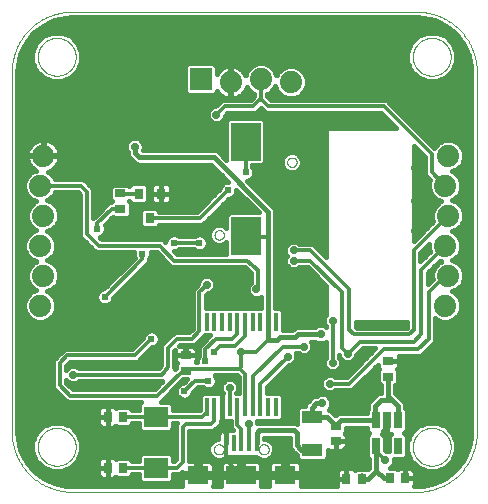
<source format=gbl>
G75*
%MOIN*%
%OFA0B0*%
%FSLAX25Y25*%
%IPPOS*%
%LPD*%
%AMOC8*
5,1,8,0,0,1.08239X$1,22.5*
%
%ADD10C,0.00100*%
%ADD11C,0.00000*%
%ADD12R,0.02756X0.05512*%
%ADD13R,0.03543X0.02756*%
%ADD14R,0.02756X0.03543*%
%ADD15R,0.07087X0.03937*%
%ADD16R,0.01575X0.05512*%
%ADD17R,0.07087X0.05906*%
%ADD18R,0.09843X0.05906*%
%ADD19R,0.08000X0.07000*%
%ADD20C,0.07400*%
%ADD21R,0.01575X0.05906*%
%ADD22R,0.07400X0.07400*%
%ADD23R,0.03150X0.03543*%
%ADD24R,0.09843X0.12598*%
%ADD25OC8,0.02400*%
%ADD26C,0.01200*%
%ADD27C,0.02400*%
%ADD28C,0.01600*%
%ADD29OC8,0.02800*%
%ADD30C,0.02800*%
%ADD31C,0.01400*%
D10*
X0033000Y0015846D02*
X0148000Y0015846D01*
X0148483Y0015852D01*
X0148966Y0015869D01*
X0149449Y0015899D01*
X0149930Y0015939D01*
X0150411Y0015992D01*
X0150890Y0016056D01*
X0151367Y0016131D01*
X0151843Y0016219D01*
X0152316Y0016317D01*
X0152786Y0016427D01*
X0153254Y0016548D01*
X0153719Y0016681D01*
X0154180Y0016825D01*
X0154638Y0016980D01*
X0155092Y0017146D01*
X0155542Y0017323D01*
X0155987Y0017510D01*
X0156428Y0017709D01*
X0156864Y0017917D01*
X0157294Y0018137D01*
X0157720Y0018367D01*
X0158139Y0018607D01*
X0158553Y0018857D01*
X0158960Y0019117D01*
X0159361Y0019386D01*
X0159756Y0019666D01*
X0160143Y0019954D01*
X0160524Y0020253D01*
X0160897Y0020560D01*
X0161262Y0020876D01*
X0161620Y0021201D01*
X0161970Y0021534D01*
X0162312Y0021876D01*
X0162645Y0022226D01*
X0162970Y0022584D01*
X0163286Y0022949D01*
X0163593Y0023322D01*
X0163892Y0023703D01*
X0164180Y0024090D01*
X0164460Y0024485D01*
X0164729Y0024886D01*
X0164989Y0025293D01*
X0165239Y0025707D01*
X0165479Y0026126D01*
X0165709Y0026552D01*
X0165929Y0026982D01*
X0166137Y0027418D01*
X0166336Y0027859D01*
X0166523Y0028304D01*
X0166700Y0028754D01*
X0166866Y0029208D01*
X0167021Y0029666D01*
X0167165Y0030127D01*
X0167298Y0030592D01*
X0167419Y0031060D01*
X0167529Y0031530D01*
X0167627Y0032003D01*
X0167715Y0032479D01*
X0167790Y0032956D01*
X0167854Y0033435D01*
X0167907Y0033916D01*
X0167947Y0034397D01*
X0167977Y0034880D01*
X0167994Y0035363D01*
X0168000Y0035846D01*
X0168000Y0155846D01*
X0167994Y0156329D01*
X0167977Y0156812D01*
X0167947Y0157295D01*
X0167907Y0157776D01*
X0167854Y0158257D01*
X0167790Y0158736D01*
X0167715Y0159213D01*
X0167627Y0159689D01*
X0167529Y0160162D01*
X0167419Y0160632D01*
X0167298Y0161100D01*
X0167165Y0161565D01*
X0167021Y0162026D01*
X0166866Y0162484D01*
X0166700Y0162938D01*
X0166523Y0163388D01*
X0166336Y0163833D01*
X0166137Y0164274D01*
X0165929Y0164710D01*
X0165709Y0165140D01*
X0165479Y0165566D01*
X0165239Y0165985D01*
X0164989Y0166399D01*
X0164729Y0166806D01*
X0164460Y0167207D01*
X0164180Y0167602D01*
X0163892Y0167989D01*
X0163593Y0168370D01*
X0163286Y0168743D01*
X0162970Y0169108D01*
X0162645Y0169466D01*
X0162312Y0169816D01*
X0161970Y0170158D01*
X0161620Y0170491D01*
X0161262Y0170816D01*
X0160897Y0171132D01*
X0160524Y0171439D01*
X0160143Y0171738D01*
X0159756Y0172026D01*
X0159361Y0172306D01*
X0158960Y0172575D01*
X0158553Y0172835D01*
X0158139Y0173085D01*
X0157720Y0173325D01*
X0157294Y0173555D01*
X0156864Y0173775D01*
X0156428Y0173983D01*
X0155987Y0174182D01*
X0155542Y0174369D01*
X0155092Y0174546D01*
X0154638Y0174712D01*
X0154180Y0174867D01*
X0153719Y0175011D01*
X0153254Y0175144D01*
X0152786Y0175265D01*
X0152316Y0175375D01*
X0151843Y0175473D01*
X0151367Y0175561D01*
X0150890Y0175636D01*
X0150411Y0175700D01*
X0149930Y0175753D01*
X0149449Y0175793D01*
X0148966Y0175823D01*
X0148483Y0175840D01*
X0148000Y0175846D01*
X0033000Y0175846D01*
X0032517Y0175840D01*
X0032034Y0175823D01*
X0031551Y0175793D01*
X0031070Y0175753D01*
X0030589Y0175700D01*
X0030110Y0175636D01*
X0029633Y0175561D01*
X0029157Y0175473D01*
X0028684Y0175375D01*
X0028214Y0175265D01*
X0027746Y0175144D01*
X0027281Y0175011D01*
X0026820Y0174867D01*
X0026362Y0174712D01*
X0025908Y0174546D01*
X0025458Y0174369D01*
X0025013Y0174182D01*
X0024572Y0173983D01*
X0024136Y0173775D01*
X0023706Y0173555D01*
X0023280Y0173325D01*
X0022861Y0173085D01*
X0022447Y0172835D01*
X0022040Y0172575D01*
X0021639Y0172306D01*
X0021244Y0172026D01*
X0020857Y0171738D01*
X0020476Y0171439D01*
X0020103Y0171132D01*
X0019738Y0170816D01*
X0019380Y0170491D01*
X0019030Y0170158D01*
X0018688Y0169816D01*
X0018355Y0169466D01*
X0018030Y0169108D01*
X0017714Y0168743D01*
X0017407Y0168370D01*
X0017108Y0167989D01*
X0016820Y0167602D01*
X0016540Y0167207D01*
X0016271Y0166806D01*
X0016011Y0166399D01*
X0015761Y0165985D01*
X0015521Y0165566D01*
X0015291Y0165140D01*
X0015071Y0164710D01*
X0014863Y0164274D01*
X0014664Y0163833D01*
X0014477Y0163388D01*
X0014300Y0162938D01*
X0014134Y0162484D01*
X0013979Y0162026D01*
X0013835Y0161565D01*
X0013702Y0161100D01*
X0013581Y0160632D01*
X0013471Y0160162D01*
X0013373Y0159689D01*
X0013285Y0159213D01*
X0013210Y0158736D01*
X0013146Y0158257D01*
X0013093Y0157776D01*
X0013053Y0157295D01*
X0013023Y0156812D01*
X0013006Y0156329D01*
X0013000Y0155846D01*
X0013000Y0035846D01*
X0013006Y0035363D01*
X0013023Y0034880D01*
X0013053Y0034397D01*
X0013093Y0033916D01*
X0013146Y0033435D01*
X0013210Y0032956D01*
X0013285Y0032479D01*
X0013373Y0032003D01*
X0013471Y0031530D01*
X0013581Y0031060D01*
X0013702Y0030592D01*
X0013835Y0030127D01*
X0013979Y0029666D01*
X0014134Y0029208D01*
X0014300Y0028754D01*
X0014477Y0028304D01*
X0014664Y0027859D01*
X0014863Y0027418D01*
X0015071Y0026982D01*
X0015291Y0026552D01*
X0015521Y0026126D01*
X0015761Y0025707D01*
X0016011Y0025293D01*
X0016271Y0024886D01*
X0016540Y0024485D01*
X0016820Y0024090D01*
X0017108Y0023703D01*
X0017407Y0023322D01*
X0017714Y0022949D01*
X0018030Y0022584D01*
X0018355Y0022226D01*
X0018688Y0021876D01*
X0019030Y0021534D01*
X0019380Y0021201D01*
X0019738Y0020876D01*
X0020103Y0020560D01*
X0020476Y0020253D01*
X0020857Y0019954D01*
X0021244Y0019666D01*
X0021639Y0019386D01*
X0022040Y0019117D01*
X0022447Y0018857D01*
X0022861Y0018607D01*
X0023280Y0018367D01*
X0023706Y0018137D01*
X0024136Y0017917D01*
X0024572Y0017709D01*
X0025013Y0017510D01*
X0025458Y0017323D01*
X0025908Y0017146D01*
X0026362Y0016980D01*
X0026820Y0016825D01*
X0027281Y0016681D01*
X0027746Y0016548D01*
X0028214Y0016427D01*
X0028684Y0016317D01*
X0029157Y0016219D01*
X0029633Y0016131D01*
X0030110Y0016056D01*
X0030589Y0015992D01*
X0031070Y0015939D01*
X0031551Y0015899D01*
X0032034Y0015869D01*
X0032517Y0015852D01*
X0033000Y0015846D01*
D11*
X0021701Y0030846D02*
X0021703Y0031004D01*
X0021709Y0031162D01*
X0021719Y0031320D01*
X0021733Y0031478D01*
X0021751Y0031635D01*
X0021772Y0031792D01*
X0021798Y0031948D01*
X0021828Y0032104D01*
X0021861Y0032259D01*
X0021899Y0032412D01*
X0021940Y0032565D01*
X0021985Y0032717D01*
X0022034Y0032868D01*
X0022087Y0033017D01*
X0022143Y0033165D01*
X0022203Y0033311D01*
X0022267Y0033456D01*
X0022335Y0033599D01*
X0022406Y0033741D01*
X0022480Y0033881D01*
X0022558Y0034018D01*
X0022640Y0034154D01*
X0022724Y0034288D01*
X0022813Y0034419D01*
X0022904Y0034548D01*
X0022999Y0034675D01*
X0023096Y0034800D01*
X0023197Y0034922D01*
X0023301Y0035041D01*
X0023408Y0035158D01*
X0023518Y0035272D01*
X0023631Y0035383D01*
X0023746Y0035492D01*
X0023864Y0035597D01*
X0023985Y0035699D01*
X0024108Y0035799D01*
X0024234Y0035895D01*
X0024362Y0035988D01*
X0024492Y0036078D01*
X0024625Y0036164D01*
X0024760Y0036248D01*
X0024896Y0036327D01*
X0025035Y0036404D01*
X0025176Y0036476D01*
X0025318Y0036546D01*
X0025462Y0036611D01*
X0025608Y0036673D01*
X0025755Y0036731D01*
X0025904Y0036786D01*
X0026054Y0036837D01*
X0026205Y0036884D01*
X0026357Y0036927D01*
X0026510Y0036966D01*
X0026665Y0037002D01*
X0026820Y0037033D01*
X0026976Y0037061D01*
X0027132Y0037085D01*
X0027289Y0037105D01*
X0027447Y0037121D01*
X0027604Y0037133D01*
X0027763Y0037141D01*
X0027921Y0037145D01*
X0028079Y0037145D01*
X0028237Y0037141D01*
X0028396Y0037133D01*
X0028553Y0037121D01*
X0028711Y0037105D01*
X0028868Y0037085D01*
X0029024Y0037061D01*
X0029180Y0037033D01*
X0029335Y0037002D01*
X0029490Y0036966D01*
X0029643Y0036927D01*
X0029795Y0036884D01*
X0029946Y0036837D01*
X0030096Y0036786D01*
X0030245Y0036731D01*
X0030392Y0036673D01*
X0030538Y0036611D01*
X0030682Y0036546D01*
X0030824Y0036476D01*
X0030965Y0036404D01*
X0031104Y0036327D01*
X0031240Y0036248D01*
X0031375Y0036164D01*
X0031508Y0036078D01*
X0031638Y0035988D01*
X0031766Y0035895D01*
X0031892Y0035799D01*
X0032015Y0035699D01*
X0032136Y0035597D01*
X0032254Y0035492D01*
X0032369Y0035383D01*
X0032482Y0035272D01*
X0032592Y0035158D01*
X0032699Y0035041D01*
X0032803Y0034922D01*
X0032904Y0034800D01*
X0033001Y0034675D01*
X0033096Y0034548D01*
X0033187Y0034419D01*
X0033276Y0034288D01*
X0033360Y0034154D01*
X0033442Y0034018D01*
X0033520Y0033881D01*
X0033594Y0033741D01*
X0033665Y0033599D01*
X0033733Y0033456D01*
X0033797Y0033311D01*
X0033857Y0033165D01*
X0033913Y0033017D01*
X0033966Y0032868D01*
X0034015Y0032717D01*
X0034060Y0032565D01*
X0034101Y0032412D01*
X0034139Y0032259D01*
X0034172Y0032104D01*
X0034202Y0031948D01*
X0034228Y0031792D01*
X0034249Y0031635D01*
X0034267Y0031478D01*
X0034281Y0031320D01*
X0034291Y0031162D01*
X0034297Y0031004D01*
X0034299Y0030846D01*
X0034297Y0030688D01*
X0034291Y0030530D01*
X0034281Y0030372D01*
X0034267Y0030214D01*
X0034249Y0030057D01*
X0034228Y0029900D01*
X0034202Y0029744D01*
X0034172Y0029588D01*
X0034139Y0029433D01*
X0034101Y0029280D01*
X0034060Y0029127D01*
X0034015Y0028975D01*
X0033966Y0028824D01*
X0033913Y0028675D01*
X0033857Y0028527D01*
X0033797Y0028381D01*
X0033733Y0028236D01*
X0033665Y0028093D01*
X0033594Y0027951D01*
X0033520Y0027811D01*
X0033442Y0027674D01*
X0033360Y0027538D01*
X0033276Y0027404D01*
X0033187Y0027273D01*
X0033096Y0027144D01*
X0033001Y0027017D01*
X0032904Y0026892D01*
X0032803Y0026770D01*
X0032699Y0026651D01*
X0032592Y0026534D01*
X0032482Y0026420D01*
X0032369Y0026309D01*
X0032254Y0026200D01*
X0032136Y0026095D01*
X0032015Y0025993D01*
X0031892Y0025893D01*
X0031766Y0025797D01*
X0031638Y0025704D01*
X0031508Y0025614D01*
X0031375Y0025528D01*
X0031240Y0025444D01*
X0031104Y0025365D01*
X0030965Y0025288D01*
X0030824Y0025216D01*
X0030682Y0025146D01*
X0030538Y0025081D01*
X0030392Y0025019D01*
X0030245Y0024961D01*
X0030096Y0024906D01*
X0029946Y0024855D01*
X0029795Y0024808D01*
X0029643Y0024765D01*
X0029490Y0024726D01*
X0029335Y0024690D01*
X0029180Y0024659D01*
X0029024Y0024631D01*
X0028868Y0024607D01*
X0028711Y0024587D01*
X0028553Y0024571D01*
X0028396Y0024559D01*
X0028237Y0024551D01*
X0028079Y0024547D01*
X0027921Y0024547D01*
X0027763Y0024551D01*
X0027604Y0024559D01*
X0027447Y0024571D01*
X0027289Y0024587D01*
X0027132Y0024607D01*
X0026976Y0024631D01*
X0026820Y0024659D01*
X0026665Y0024690D01*
X0026510Y0024726D01*
X0026357Y0024765D01*
X0026205Y0024808D01*
X0026054Y0024855D01*
X0025904Y0024906D01*
X0025755Y0024961D01*
X0025608Y0025019D01*
X0025462Y0025081D01*
X0025318Y0025146D01*
X0025176Y0025216D01*
X0025035Y0025288D01*
X0024896Y0025365D01*
X0024760Y0025444D01*
X0024625Y0025528D01*
X0024492Y0025614D01*
X0024362Y0025704D01*
X0024234Y0025797D01*
X0024108Y0025893D01*
X0023985Y0025993D01*
X0023864Y0026095D01*
X0023746Y0026200D01*
X0023631Y0026309D01*
X0023518Y0026420D01*
X0023408Y0026534D01*
X0023301Y0026651D01*
X0023197Y0026770D01*
X0023096Y0026892D01*
X0022999Y0027017D01*
X0022904Y0027144D01*
X0022813Y0027273D01*
X0022724Y0027404D01*
X0022640Y0027538D01*
X0022558Y0027674D01*
X0022480Y0027811D01*
X0022406Y0027951D01*
X0022335Y0028093D01*
X0022267Y0028236D01*
X0022203Y0028381D01*
X0022143Y0028527D01*
X0022087Y0028675D01*
X0022034Y0028824D01*
X0021985Y0028975D01*
X0021940Y0029127D01*
X0021899Y0029280D01*
X0021861Y0029433D01*
X0021828Y0029588D01*
X0021798Y0029744D01*
X0021772Y0029900D01*
X0021751Y0030057D01*
X0021733Y0030214D01*
X0021719Y0030372D01*
X0021709Y0030530D01*
X0021703Y0030688D01*
X0021701Y0030846D01*
X0080347Y0030008D02*
X0080349Y0030089D01*
X0080355Y0030171D01*
X0080365Y0030252D01*
X0080379Y0030332D01*
X0080396Y0030411D01*
X0080418Y0030490D01*
X0080443Y0030567D01*
X0080472Y0030644D01*
X0080505Y0030718D01*
X0080542Y0030791D01*
X0080581Y0030862D01*
X0080625Y0030931D01*
X0080671Y0030998D01*
X0080721Y0031062D01*
X0080774Y0031124D01*
X0080830Y0031184D01*
X0080888Y0031240D01*
X0080950Y0031294D01*
X0081014Y0031345D01*
X0081080Y0031392D01*
X0081148Y0031436D01*
X0081219Y0031477D01*
X0081291Y0031514D01*
X0081366Y0031548D01*
X0081441Y0031578D01*
X0081519Y0031604D01*
X0081597Y0031627D01*
X0081676Y0031645D01*
X0081756Y0031660D01*
X0081837Y0031671D01*
X0081918Y0031678D01*
X0082000Y0031681D01*
X0082081Y0031680D01*
X0082162Y0031675D01*
X0082243Y0031666D01*
X0082324Y0031653D01*
X0082404Y0031636D01*
X0082482Y0031616D01*
X0082560Y0031591D01*
X0082637Y0031563D01*
X0082712Y0031531D01*
X0082785Y0031496D01*
X0082856Y0031457D01*
X0082926Y0031414D01*
X0082993Y0031369D01*
X0083059Y0031320D01*
X0083121Y0031268D01*
X0083181Y0031212D01*
X0083238Y0031154D01*
X0083293Y0031094D01*
X0083344Y0031030D01*
X0083392Y0030965D01*
X0083437Y0030897D01*
X0083479Y0030827D01*
X0083517Y0030755D01*
X0083552Y0030681D01*
X0083583Y0030606D01*
X0083610Y0030529D01*
X0083633Y0030451D01*
X0083653Y0030372D01*
X0083669Y0030292D01*
X0083681Y0030211D01*
X0083689Y0030130D01*
X0083693Y0030049D01*
X0083693Y0029967D01*
X0083689Y0029886D01*
X0083681Y0029805D01*
X0083669Y0029724D01*
X0083653Y0029644D01*
X0083633Y0029565D01*
X0083610Y0029487D01*
X0083583Y0029410D01*
X0083552Y0029335D01*
X0083517Y0029261D01*
X0083479Y0029189D01*
X0083437Y0029119D01*
X0083392Y0029051D01*
X0083344Y0028986D01*
X0083293Y0028922D01*
X0083238Y0028862D01*
X0083181Y0028804D01*
X0083121Y0028748D01*
X0083059Y0028696D01*
X0082993Y0028647D01*
X0082926Y0028602D01*
X0082857Y0028559D01*
X0082785Y0028520D01*
X0082712Y0028485D01*
X0082637Y0028453D01*
X0082560Y0028425D01*
X0082482Y0028400D01*
X0082404Y0028380D01*
X0082324Y0028363D01*
X0082243Y0028350D01*
X0082162Y0028341D01*
X0082081Y0028336D01*
X0082000Y0028335D01*
X0081918Y0028338D01*
X0081837Y0028345D01*
X0081756Y0028356D01*
X0081676Y0028371D01*
X0081597Y0028389D01*
X0081519Y0028412D01*
X0081441Y0028438D01*
X0081366Y0028468D01*
X0081291Y0028502D01*
X0081219Y0028539D01*
X0081148Y0028580D01*
X0081080Y0028624D01*
X0081014Y0028671D01*
X0080950Y0028722D01*
X0080888Y0028776D01*
X0080830Y0028832D01*
X0080774Y0028892D01*
X0080721Y0028954D01*
X0080671Y0029018D01*
X0080625Y0029085D01*
X0080581Y0029154D01*
X0080542Y0029225D01*
X0080505Y0029298D01*
X0080472Y0029372D01*
X0080443Y0029449D01*
X0080418Y0029526D01*
X0080396Y0029605D01*
X0080379Y0029684D01*
X0080365Y0029764D01*
X0080355Y0029845D01*
X0080349Y0029927D01*
X0080347Y0030008D01*
X0095307Y0030008D02*
X0095309Y0030089D01*
X0095315Y0030171D01*
X0095325Y0030252D01*
X0095339Y0030332D01*
X0095356Y0030411D01*
X0095378Y0030490D01*
X0095403Y0030567D01*
X0095432Y0030644D01*
X0095465Y0030718D01*
X0095502Y0030791D01*
X0095541Y0030862D01*
X0095585Y0030931D01*
X0095631Y0030998D01*
X0095681Y0031062D01*
X0095734Y0031124D01*
X0095790Y0031184D01*
X0095848Y0031240D01*
X0095910Y0031294D01*
X0095974Y0031345D01*
X0096040Y0031392D01*
X0096108Y0031436D01*
X0096179Y0031477D01*
X0096251Y0031514D01*
X0096326Y0031548D01*
X0096401Y0031578D01*
X0096479Y0031604D01*
X0096557Y0031627D01*
X0096636Y0031645D01*
X0096716Y0031660D01*
X0096797Y0031671D01*
X0096878Y0031678D01*
X0096960Y0031681D01*
X0097041Y0031680D01*
X0097122Y0031675D01*
X0097203Y0031666D01*
X0097284Y0031653D01*
X0097364Y0031636D01*
X0097442Y0031616D01*
X0097520Y0031591D01*
X0097597Y0031563D01*
X0097672Y0031531D01*
X0097745Y0031496D01*
X0097816Y0031457D01*
X0097886Y0031414D01*
X0097953Y0031369D01*
X0098019Y0031320D01*
X0098081Y0031268D01*
X0098141Y0031212D01*
X0098198Y0031154D01*
X0098253Y0031094D01*
X0098304Y0031030D01*
X0098352Y0030965D01*
X0098397Y0030897D01*
X0098439Y0030827D01*
X0098477Y0030755D01*
X0098512Y0030681D01*
X0098543Y0030606D01*
X0098570Y0030529D01*
X0098593Y0030451D01*
X0098613Y0030372D01*
X0098629Y0030292D01*
X0098641Y0030211D01*
X0098649Y0030130D01*
X0098653Y0030049D01*
X0098653Y0029967D01*
X0098649Y0029886D01*
X0098641Y0029805D01*
X0098629Y0029724D01*
X0098613Y0029644D01*
X0098593Y0029565D01*
X0098570Y0029487D01*
X0098543Y0029410D01*
X0098512Y0029335D01*
X0098477Y0029261D01*
X0098439Y0029189D01*
X0098397Y0029119D01*
X0098352Y0029051D01*
X0098304Y0028986D01*
X0098253Y0028922D01*
X0098198Y0028862D01*
X0098141Y0028804D01*
X0098081Y0028748D01*
X0098019Y0028696D01*
X0097953Y0028647D01*
X0097886Y0028602D01*
X0097817Y0028559D01*
X0097745Y0028520D01*
X0097672Y0028485D01*
X0097597Y0028453D01*
X0097520Y0028425D01*
X0097442Y0028400D01*
X0097364Y0028380D01*
X0097284Y0028363D01*
X0097203Y0028350D01*
X0097122Y0028341D01*
X0097041Y0028336D01*
X0096960Y0028335D01*
X0096878Y0028338D01*
X0096797Y0028345D01*
X0096716Y0028356D01*
X0096636Y0028371D01*
X0096557Y0028389D01*
X0096479Y0028412D01*
X0096401Y0028438D01*
X0096326Y0028468D01*
X0096251Y0028502D01*
X0096179Y0028539D01*
X0096108Y0028580D01*
X0096040Y0028624D01*
X0095974Y0028671D01*
X0095910Y0028722D01*
X0095848Y0028776D01*
X0095790Y0028832D01*
X0095734Y0028892D01*
X0095681Y0028954D01*
X0095631Y0029018D01*
X0095585Y0029085D01*
X0095541Y0029154D01*
X0095502Y0029225D01*
X0095465Y0029298D01*
X0095432Y0029372D01*
X0095403Y0029449D01*
X0095378Y0029526D01*
X0095356Y0029605D01*
X0095339Y0029684D01*
X0095325Y0029764D01*
X0095315Y0029845D01*
X0095309Y0029927D01*
X0095307Y0030008D01*
X0146701Y0030846D02*
X0146703Y0031004D01*
X0146709Y0031162D01*
X0146719Y0031320D01*
X0146733Y0031478D01*
X0146751Y0031635D01*
X0146772Y0031792D01*
X0146798Y0031948D01*
X0146828Y0032104D01*
X0146861Y0032259D01*
X0146899Y0032412D01*
X0146940Y0032565D01*
X0146985Y0032717D01*
X0147034Y0032868D01*
X0147087Y0033017D01*
X0147143Y0033165D01*
X0147203Y0033311D01*
X0147267Y0033456D01*
X0147335Y0033599D01*
X0147406Y0033741D01*
X0147480Y0033881D01*
X0147558Y0034018D01*
X0147640Y0034154D01*
X0147724Y0034288D01*
X0147813Y0034419D01*
X0147904Y0034548D01*
X0147999Y0034675D01*
X0148096Y0034800D01*
X0148197Y0034922D01*
X0148301Y0035041D01*
X0148408Y0035158D01*
X0148518Y0035272D01*
X0148631Y0035383D01*
X0148746Y0035492D01*
X0148864Y0035597D01*
X0148985Y0035699D01*
X0149108Y0035799D01*
X0149234Y0035895D01*
X0149362Y0035988D01*
X0149492Y0036078D01*
X0149625Y0036164D01*
X0149760Y0036248D01*
X0149896Y0036327D01*
X0150035Y0036404D01*
X0150176Y0036476D01*
X0150318Y0036546D01*
X0150462Y0036611D01*
X0150608Y0036673D01*
X0150755Y0036731D01*
X0150904Y0036786D01*
X0151054Y0036837D01*
X0151205Y0036884D01*
X0151357Y0036927D01*
X0151510Y0036966D01*
X0151665Y0037002D01*
X0151820Y0037033D01*
X0151976Y0037061D01*
X0152132Y0037085D01*
X0152289Y0037105D01*
X0152447Y0037121D01*
X0152604Y0037133D01*
X0152763Y0037141D01*
X0152921Y0037145D01*
X0153079Y0037145D01*
X0153237Y0037141D01*
X0153396Y0037133D01*
X0153553Y0037121D01*
X0153711Y0037105D01*
X0153868Y0037085D01*
X0154024Y0037061D01*
X0154180Y0037033D01*
X0154335Y0037002D01*
X0154490Y0036966D01*
X0154643Y0036927D01*
X0154795Y0036884D01*
X0154946Y0036837D01*
X0155096Y0036786D01*
X0155245Y0036731D01*
X0155392Y0036673D01*
X0155538Y0036611D01*
X0155682Y0036546D01*
X0155824Y0036476D01*
X0155965Y0036404D01*
X0156104Y0036327D01*
X0156240Y0036248D01*
X0156375Y0036164D01*
X0156508Y0036078D01*
X0156638Y0035988D01*
X0156766Y0035895D01*
X0156892Y0035799D01*
X0157015Y0035699D01*
X0157136Y0035597D01*
X0157254Y0035492D01*
X0157369Y0035383D01*
X0157482Y0035272D01*
X0157592Y0035158D01*
X0157699Y0035041D01*
X0157803Y0034922D01*
X0157904Y0034800D01*
X0158001Y0034675D01*
X0158096Y0034548D01*
X0158187Y0034419D01*
X0158276Y0034288D01*
X0158360Y0034154D01*
X0158442Y0034018D01*
X0158520Y0033881D01*
X0158594Y0033741D01*
X0158665Y0033599D01*
X0158733Y0033456D01*
X0158797Y0033311D01*
X0158857Y0033165D01*
X0158913Y0033017D01*
X0158966Y0032868D01*
X0159015Y0032717D01*
X0159060Y0032565D01*
X0159101Y0032412D01*
X0159139Y0032259D01*
X0159172Y0032104D01*
X0159202Y0031948D01*
X0159228Y0031792D01*
X0159249Y0031635D01*
X0159267Y0031478D01*
X0159281Y0031320D01*
X0159291Y0031162D01*
X0159297Y0031004D01*
X0159299Y0030846D01*
X0159297Y0030688D01*
X0159291Y0030530D01*
X0159281Y0030372D01*
X0159267Y0030214D01*
X0159249Y0030057D01*
X0159228Y0029900D01*
X0159202Y0029744D01*
X0159172Y0029588D01*
X0159139Y0029433D01*
X0159101Y0029280D01*
X0159060Y0029127D01*
X0159015Y0028975D01*
X0158966Y0028824D01*
X0158913Y0028675D01*
X0158857Y0028527D01*
X0158797Y0028381D01*
X0158733Y0028236D01*
X0158665Y0028093D01*
X0158594Y0027951D01*
X0158520Y0027811D01*
X0158442Y0027674D01*
X0158360Y0027538D01*
X0158276Y0027404D01*
X0158187Y0027273D01*
X0158096Y0027144D01*
X0158001Y0027017D01*
X0157904Y0026892D01*
X0157803Y0026770D01*
X0157699Y0026651D01*
X0157592Y0026534D01*
X0157482Y0026420D01*
X0157369Y0026309D01*
X0157254Y0026200D01*
X0157136Y0026095D01*
X0157015Y0025993D01*
X0156892Y0025893D01*
X0156766Y0025797D01*
X0156638Y0025704D01*
X0156508Y0025614D01*
X0156375Y0025528D01*
X0156240Y0025444D01*
X0156104Y0025365D01*
X0155965Y0025288D01*
X0155824Y0025216D01*
X0155682Y0025146D01*
X0155538Y0025081D01*
X0155392Y0025019D01*
X0155245Y0024961D01*
X0155096Y0024906D01*
X0154946Y0024855D01*
X0154795Y0024808D01*
X0154643Y0024765D01*
X0154490Y0024726D01*
X0154335Y0024690D01*
X0154180Y0024659D01*
X0154024Y0024631D01*
X0153868Y0024607D01*
X0153711Y0024587D01*
X0153553Y0024571D01*
X0153396Y0024559D01*
X0153237Y0024551D01*
X0153079Y0024547D01*
X0152921Y0024547D01*
X0152763Y0024551D01*
X0152604Y0024559D01*
X0152447Y0024571D01*
X0152289Y0024587D01*
X0152132Y0024607D01*
X0151976Y0024631D01*
X0151820Y0024659D01*
X0151665Y0024690D01*
X0151510Y0024726D01*
X0151357Y0024765D01*
X0151205Y0024808D01*
X0151054Y0024855D01*
X0150904Y0024906D01*
X0150755Y0024961D01*
X0150608Y0025019D01*
X0150462Y0025081D01*
X0150318Y0025146D01*
X0150176Y0025216D01*
X0150035Y0025288D01*
X0149896Y0025365D01*
X0149760Y0025444D01*
X0149625Y0025528D01*
X0149492Y0025614D01*
X0149362Y0025704D01*
X0149234Y0025797D01*
X0149108Y0025893D01*
X0148985Y0025993D01*
X0148864Y0026095D01*
X0148746Y0026200D01*
X0148631Y0026309D01*
X0148518Y0026420D01*
X0148408Y0026534D01*
X0148301Y0026651D01*
X0148197Y0026770D01*
X0148096Y0026892D01*
X0147999Y0027017D01*
X0147904Y0027144D01*
X0147813Y0027273D01*
X0147724Y0027404D01*
X0147640Y0027538D01*
X0147558Y0027674D01*
X0147480Y0027811D01*
X0147406Y0027951D01*
X0147335Y0028093D01*
X0147267Y0028236D01*
X0147203Y0028381D01*
X0147143Y0028527D01*
X0147087Y0028675D01*
X0147034Y0028824D01*
X0146985Y0028975D01*
X0146940Y0029127D01*
X0146899Y0029280D01*
X0146861Y0029433D01*
X0146828Y0029588D01*
X0146798Y0029744D01*
X0146772Y0029900D01*
X0146751Y0030057D01*
X0146733Y0030214D01*
X0146719Y0030372D01*
X0146709Y0030530D01*
X0146703Y0030688D01*
X0146701Y0030846D01*
X0080567Y0101492D02*
X0080569Y0101571D01*
X0080575Y0101650D01*
X0080585Y0101729D01*
X0080599Y0101807D01*
X0080616Y0101884D01*
X0080638Y0101960D01*
X0080663Y0102035D01*
X0080693Y0102108D01*
X0080725Y0102180D01*
X0080762Y0102251D01*
X0080802Y0102319D01*
X0080845Y0102385D01*
X0080891Y0102449D01*
X0080941Y0102511D01*
X0080994Y0102570D01*
X0081049Y0102626D01*
X0081108Y0102680D01*
X0081169Y0102730D01*
X0081232Y0102778D01*
X0081298Y0102822D01*
X0081366Y0102863D01*
X0081436Y0102900D01*
X0081507Y0102934D01*
X0081581Y0102964D01*
X0081655Y0102990D01*
X0081731Y0103012D01*
X0081808Y0103031D01*
X0081886Y0103046D01*
X0081964Y0103057D01*
X0082043Y0103064D01*
X0082122Y0103067D01*
X0082201Y0103066D01*
X0082280Y0103061D01*
X0082359Y0103052D01*
X0082437Y0103039D01*
X0082514Y0103022D01*
X0082591Y0103002D01*
X0082666Y0102977D01*
X0082740Y0102949D01*
X0082813Y0102917D01*
X0082883Y0102882D01*
X0082952Y0102843D01*
X0083019Y0102800D01*
X0083084Y0102754D01*
X0083146Y0102706D01*
X0083206Y0102654D01*
X0083263Y0102599D01*
X0083317Y0102541D01*
X0083368Y0102481D01*
X0083416Y0102418D01*
X0083461Y0102353D01*
X0083503Y0102285D01*
X0083541Y0102216D01*
X0083575Y0102145D01*
X0083606Y0102072D01*
X0083634Y0101997D01*
X0083657Y0101922D01*
X0083677Y0101845D01*
X0083693Y0101768D01*
X0083705Y0101689D01*
X0083713Y0101611D01*
X0083717Y0101532D01*
X0083717Y0101452D01*
X0083713Y0101373D01*
X0083705Y0101295D01*
X0083693Y0101216D01*
X0083677Y0101139D01*
X0083657Y0101062D01*
X0083634Y0100987D01*
X0083606Y0100912D01*
X0083575Y0100839D01*
X0083541Y0100768D01*
X0083503Y0100699D01*
X0083461Y0100631D01*
X0083416Y0100566D01*
X0083368Y0100503D01*
X0083317Y0100443D01*
X0083263Y0100385D01*
X0083206Y0100330D01*
X0083146Y0100278D01*
X0083084Y0100230D01*
X0083019Y0100184D01*
X0082952Y0100141D01*
X0082883Y0100102D01*
X0082813Y0100067D01*
X0082740Y0100035D01*
X0082666Y0100007D01*
X0082591Y0099982D01*
X0082514Y0099962D01*
X0082437Y0099945D01*
X0082359Y0099932D01*
X0082280Y0099923D01*
X0082201Y0099918D01*
X0082122Y0099917D01*
X0082043Y0099920D01*
X0081964Y0099927D01*
X0081886Y0099938D01*
X0081808Y0099953D01*
X0081731Y0099972D01*
X0081655Y0099994D01*
X0081581Y0100020D01*
X0081507Y0100050D01*
X0081436Y0100084D01*
X0081366Y0100121D01*
X0081298Y0100162D01*
X0081232Y0100206D01*
X0081169Y0100254D01*
X0081108Y0100304D01*
X0081049Y0100358D01*
X0080994Y0100414D01*
X0080941Y0100473D01*
X0080891Y0100535D01*
X0080845Y0100599D01*
X0080802Y0100665D01*
X0080762Y0100733D01*
X0080725Y0100804D01*
X0080693Y0100876D01*
X0080663Y0100949D01*
X0080638Y0101024D01*
X0080616Y0101100D01*
X0080599Y0101177D01*
X0080585Y0101255D01*
X0080575Y0101334D01*
X0080569Y0101413D01*
X0080567Y0101492D01*
X0104779Y0125705D02*
X0104781Y0125784D01*
X0104787Y0125863D01*
X0104797Y0125942D01*
X0104811Y0126020D01*
X0104828Y0126097D01*
X0104850Y0126173D01*
X0104875Y0126248D01*
X0104905Y0126321D01*
X0104937Y0126393D01*
X0104974Y0126464D01*
X0105014Y0126532D01*
X0105057Y0126598D01*
X0105103Y0126662D01*
X0105153Y0126724D01*
X0105206Y0126783D01*
X0105261Y0126839D01*
X0105320Y0126893D01*
X0105381Y0126943D01*
X0105444Y0126991D01*
X0105510Y0127035D01*
X0105578Y0127076D01*
X0105648Y0127113D01*
X0105719Y0127147D01*
X0105793Y0127177D01*
X0105867Y0127203D01*
X0105943Y0127225D01*
X0106020Y0127244D01*
X0106098Y0127259D01*
X0106176Y0127270D01*
X0106255Y0127277D01*
X0106334Y0127280D01*
X0106413Y0127279D01*
X0106492Y0127274D01*
X0106571Y0127265D01*
X0106649Y0127252D01*
X0106726Y0127235D01*
X0106803Y0127215D01*
X0106878Y0127190D01*
X0106952Y0127162D01*
X0107025Y0127130D01*
X0107095Y0127095D01*
X0107164Y0127056D01*
X0107231Y0127013D01*
X0107296Y0126967D01*
X0107358Y0126919D01*
X0107418Y0126867D01*
X0107475Y0126812D01*
X0107529Y0126754D01*
X0107580Y0126694D01*
X0107628Y0126631D01*
X0107673Y0126566D01*
X0107715Y0126498D01*
X0107753Y0126429D01*
X0107787Y0126358D01*
X0107818Y0126285D01*
X0107846Y0126210D01*
X0107869Y0126135D01*
X0107889Y0126058D01*
X0107905Y0125981D01*
X0107917Y0125902D01*
X0107925Y0125824D01*
X0107929Y0125745D01*
X0107929Y0125665D01*
X0107925Y0125586D01*
X0107917Y0125508D01*
X0107905Y0125429D01*
X0107889Y0125352D01*
X0107869Y0125275D01*
X0107846Y0125200D01*
X0107818Y0125125D01*
X0107787Y0125052D01*
X0107753Y0124981D01*
X0107715Y0124912D01*
X0107673Y0124844D01*
X0107628Y0124779D01*
X0107580Y0124716D01*
X0107529Y0124656D01*
X0107475Y0124598D01*
X0107418Y0124543D01*
X0107358Y0124491D01*
X0107296Y0124443D01*
X0107231Y0124397D01*
X0107164Y0124354D01*
X0107095Y0124315D01*
X0107025Y0124280D01*
X0106952Y0124248D01*
X0106878Y0124220D01*
X0106803Y0124195D01*
X0106726Y0124175D01*
X0106649Y0124158D01*
X0106571Y0124145D01*
X0106492Y0124136D01*
X0106413Y0124131D01*
X0106334Y0124130D01*
X0106255Y0124133D01*
X0106176Y0124140D01*
X0106098Y0124151D01*
X0106020Y0124166D01*
X0105943Y0124185D01*
X0105867Y0124207D01*
X0105793Y0124233D01*
X0105719Y0124263D01*
X0105648Y0124297D01*
X0105578Y0124334D01*
X0105510Y0124375D01*
X0105444Y0124419D01*
X0105381Y0124467D01*
X0105320Y0124517D01*
X0105261Y0124571D01*
X0105206Y0124627D01*
X0105153Y0124686D01*
X0105103Y0124748D01*
X0105057Y0124812D01*
X0105014Y0124878D01*
X0104974Y0124946D01*
X0104937Y0125017D01*
X0104905Y0125089D01*
X0104875Y0125162D01*
X0104850Y0125237D01*
X0104828Y0125313D01*
X0104811Y0125390D01*
X0104797Y0125468D01*
X0104787Y0125547D01*
X0104781Y0125626D01*
X0104779Y0125705D01*
X0146701Y0160846D02*
X0146703Y0161004D01*
X0146709Y0161162D01*
X0146719Y0161320D01*
X0146733Y0161478D01*
X0146751Y0161635D01*
X0146772Y0161792D01*
X0146798Y0161948D01*
X0146828Y0162104D01*
X0146861Y0162259D01*
X0146899Y0162412D01*
X0146940Y0162565D01*
X0146985Y0162717D01*
X0147034Y0162868D01*
X0147087Y0163017D01*
X0147143Y0163165D01*
X0147203Y0163311D01*
X0147267Y0163456D01*
X0147335Y0163599D01*
X0147406Y0163741D01*
X0147480Y0163881D01*
X0147558Y0164018D01*
X0147640Y0164154D01*
X0147724Y0164288D01*
X0147813Y0164419D01*
X0147904Y0164548D01*
X0147999Y0164675D01*
X0148096Y0164800D01*
X0148197Y0164922D01*
X0148301Y0165041D01*
X0148408Y0165158D01*
X0148518Y0165272D01*
X0148631Y0165383D01*
X0148746Y0165492D01*
X0148864Y0165597D01*
X0148985Y0165699D01*
X0149108Y0165799D01*
X0149234Y0165895D01*
X0149362Y0165988D01*
X0149492Y0166078D01*
X0149625Y0166164D01*
X0149760Y0166248D01*
X0149896Y0166327D01*
X0150035Y0166404D01*
X0150176Y0166476D01*
X0150318Y0166546D01*
X0150462Y0166611D01*
X0150608Y0166673D01*
X0150755Y0166731D01*
X0150904Y0166786D01*
X0151054Y0166837D01*
X0151205Y0166884D01*
X0151357Y0166927D01*
X0151510Y0166966D01*
X0151665Y0167002D01*
X0151820Y0167033D01*
X0151976Y0167061D01*
X0152132Y0167085D01*
X0152289Y0167105D01*
X0152447Y0167121D01*
X0152604Y0167133D01*
X0152763Y0167141D01*
X0152921Y0167145D01*
X0153079Y0167145D01*
X0153237Y0167141D01*
X0153396Y0167133D01*
X0153553Y0167121D01*
X0153711Y0167105D01*
X0153868Y0167085D01*
X0154024Y0167061D01*
X0154180Y0167033D01*
X0154335Y0167002D01*
X0154490Y0166966D01*
X0154643Y0166927D01*
X0154795Y0166884D01*
X0154946Y0166837D01*
X0155096Y0166786D01*
X0155245Y0166731D01*
X0155392Y0166673D01*
X0155538Y0166611D01*
X0155682Y0166546D01*
X0155824Y0166476D01*
X0155965Y0166404D01*
X0156104Y0166327D01*
X0156240Y0166248D01*
X0156375Y0166164D01*
X0156508Y0166078D01*
X0156638Y0165988D01*
X0156766Y0165895D01*
X0156892Y0165799D01*
X0157015Y0165699D01*
X0157136Y0165597D01*
X0157254Y0165492D01*
X0157369Y0165383D01*
X0157482Y0165272D01*
X0157592Y0165158D01*
X0157699Y0165041D01*
X0157803Y0164922D01*
X0157904Y0164800D01*
X0158001Y0164675D01*
X0158096Y0164548D01*
X0158187Y0164419D01*
X0158276Y0164288D01*
X0158360Y0164154D01*
X0158442Y0164018D01*
X0158520Y0163881D01*
X0158594Y0163741D01*
X0158665Y0163599D01*
X0158733Y0163456D01*
X0158797Y0163311D01*
X0158857Y0163165D01*
X0158913Y0163017D01*
X0158966Y0162868D01*
X0159015Y0162717D01*
X0159060Y0162565D01*
X0159101Y0162412D01*
X0159139Y0162259D01*
X0159172Y0162104D01*
X0159202Y0161948D01*
X0159228Y0161792D01*
X0159249Y0161635D01*
X0159267Y0161478D01*
X0159281Y0161320D01*
X0159291Y0161162D01*
X0159297Y0161004D01*
X0159299Y0160846D01*
X0159297Y0160688D01*
X0159291Y0160530D01*
X0159281Y0160372D01*
X0159267Y0160214D01*
X0159249Y0160057D01*
X0159228Y0159900D01*
X0159202Y0159744D01*
X0159172Y0159588D01*
X0159139Y0159433D01*
X0159101Y0159280D01*
X0159060Y0159127D01*
X0159015Y0158975D01*
X0158966Y0158824D01*
X0158913Y0158675D01*
X0158857Y0158527D01*
X0158797Y0158381D01*
X0158733Y0158236D01*
X0158665Y0158093D01*
X0158594Y0157951D01*
X0158520Y0157811D01*
X0158442Y0157674D01*
X0158360Y0157538D01*
X0158276Y0157404D01*
X0158187Y0157273D01*
X0158096Y0157144D01*
X0158001Y0157017D01*
X0157904Y0156892D01*
X0157803Y0156770D01*
X0157699Y0156651D01*
X0157592Y0156534D01*
X0157482Y0156420D01*
X0157369Y0156309D01*
X0157254Y0156200D01*
X0157136Y0156095D01*
X0157015Y0155993D01*
X0156892Y0155893D01*
X0156766Y0155797D01*
X0156638Y0155704D01*
X0156508Y0155614D01*
X0156375Y0155528D01*
X0156240Y0155444D01*
X0156104Y0155365D01*
X0155965Y0155288D01*
X0155824Y0155216D01*
X0155682Y0155146D01*
X0155538Y0155081D01*
X0155392Y0155019D01*
X0155245Y0154961D01*
X0155096Y0154906D01*
X0154946Y0154855D01*
X0154795Y0154808D01*
X0154643Y0154765D01*
X0154490Y0154726D01*
X0154335Y0154690D01*
X0154180Y0154659D01*
X0154024Y0154631D01*
X0153868Y0154607D01*
X0153711Y0154587D01*
X0153553Y0154571D01*
X0153396Y0154559D01*
X0153237Y0154551D01*
X0153079Y0154547D01*
X0152921Y0154547D01*
X0152763Y0154551D01*
X0152604Y0154559D01*
X0152447Y0154571D01*
X0152289Y0154587D01*
X0152132Y0154607D01*
X0151976Y0154631D01*
X0151820Y0154659D01*
X0151665Y0154690D01*
X0151510Y0154726D01*
X0151357Y0154765D01*
X0151205Y0154808D01*
X0151054Y0154855D01*
X0150904Y0154906D01*
X0150755Y0154961D01*
X0150608Y0155019D01*
X0150462Y0155081D01*
X0150318Y0155146D01*
X0150176Y0155216D01*
X0150035Y0155288D01*
X0149896Y0155365D01*
X0149760Y0155444D01*
X0149625Y0155528D01*
X0149492Y0155614D01*
X0149362Y0155704D01*
X0149234Y0155797D01*
X0149108Y0155893D01*
X0148985Y0155993D01*
X0148864Y0156095D01*
X0148746Y0156200D01*
X0148631Y0156309D01*
X0148518Y0156420D01*
X0148408Y0156534D01*
X0148301Y0156651D01*
X0148197Y0156770D01*
X0148096Y0156892D01*
X0147999Y0157017D01*
X0147904Y0157144D01*
X0147813Y0157273D01*
X0147724Y0157404D01*
X0147640Y0157538D01*
X0147558Y0157674D01*
X0147480Y0157811D01*
X0147406Y0157951D01*
X0147335Y0158093D01*
X0147267Y0158236D01*
X0147203Y0158381D01*
X0147143Y0158527D01*
X0147087Y0158675D01*
X0147034Y0158824D01*
X0146985Y0158975D01*
X0146940Y0159127D01*
X0146899Y0159280D01*
X0146861Y0159433D01*
X0146828Y0159588D01*
X0146798Y0159744D01*
X0146772Y0159900D01*
X0146751Y0160057D01*
X0146733Y0160214D01*
X0146719Y0160372D01*
X0146709Y0160530D01*
X0146703Y0160688D01*
X0146701Y0160846D01*
X0021701Y0160846D02*
X0021703Y0161004D01*
X0021709Y0161162D01*
X0021719Y0161320D01*
X0021733Y0161478D01*
X0021751Y0161635D01*
X0021772Y0161792D01*
X0021798Y0161948D01*
X0021828Y0162104D01*
X0021861Y0162259D01*
X0021899Y0162412D01*
X0021940Y0162565D01*
X0021985Y0162717D01*
X0022034Y0162868D01*
X0022087Y0163017D01*
X0022143Y0163165D01*
X0022203Y0163311D01*
X0022267Y0163456D01*
X0022335Y0163599D01*
X0022406Y0163741D01*
X0022480Y0163881D01*
X0022558Y0164018D01*
X0022640Y0164154D01*
X0022724Y0164288D01*
X0022813Y0164419D01*
X0022904Y0164548D01*
X0022999Y0164675D01*
X0023096Y0164800D01*
X0023197Y0164922D01*
X0023301Y0165041D01*
X0023408Y0165158D01*
X0023518Y0165272D01*
X0023631Y0165383D01*
X0023746Y0165492D01*
X0023864Y0165597D01*
X0023985Y0165699D01*
X0024108Y0165799D01*
X0024234Y0165895D01*
X0024362Y0165988D01*
X0024492Y0166078D01*
X0024625Y0166164D01*
X0024760Y0166248D01*
X0024896Y0166327D01*
X0025035Y0166404D01*
X0025176Y0166476D01*
X0025318Y0166546D01*
X0025462Y0166611D01*
X0025608Y0166673D01*
X0025755Y0166731D01*
X0025904Y0166786D01*
X0026054Y0166837D01*
X0026205Y0166884D01*
X0026357Y0166927D01*
X0026510Y0166966D01*
X0026665Y0167002D01*
X0026820Y0167033D01*
X0026976Y0167061D01*
X0027132Y0167085D01*
X0027289Y0167105D01*
X0027447Y0167121D01*
X0027604Y0167133D01*
X0027763Y0167141D01*
X0027921Y0167145D01*
X0028079Y0167145D01*
X0028237Y0167141D01*
X0028396Y0167133D01*
X0028553Y0167121D01*
X0028711Y0167105D01*
X0028868Y0167085D01*
X0029024Y0167061D01*
X0029180Y0167033D01*
X0029335Y0167002D01*
X0029490Y0166966D01*
X0029643Y0166927D01*
X0029795Y0166884D01*
X0029946Y0166837D01*
X0030096Y0166786D01*
X0030245Y0166731D01*
X0030392Y0166673D01*
X0030538Y0166611D01*
X0030682Y0166546D01*
X0030824Y0166476D01*
X0030965Y0166404D01*
X0031104Y0166327D01*
X0031240Y0166248D01*
X0031375Y0166164D01*
X0031508Y0166078D01*
X0031638Y0165988D01*
X0031766Y0165895D01*
X0031892Y0165799D01*
X0032015Y0165699D01*
X0032136Y0165597D01*
X0032254Y0165492D01*
X0032369Y0165383D01*
X0032482Y0165272D01*
X0032592Y0165158D01*
X0032699Y0165041D01*
X0032803Y0164922D01*
X0032904Y0164800D01*
X0033001Y0164675D01*
X0033096Y0164548D01*
X0033187Y0164419D01*
X0033276Y0164288D01*
X0033360Y0164154D01*
X0033442Y0164018D01*
X0033520Y0163881D01*
X0033594Y0163741D01*
X0033665Y0163599D01*
X0033733Y0163456D01*
X0033797Y0163311D01*
X0033857Y0163165D01*
X0033913Y0163017D01*
X0033966Y0162868D01*
X0034015Y0162717D01*
X0034060Y0162565D01*
X0034101Y0162412D01*
X0034139Y0162259D01*
X0034172Y0162104D01*
X0034202Y0161948D01*
X0034228Y0161792D01*
X0034249Y0161635D01*
X0034267Y0161478D01*
X0034281Y0161320D01*
X0034291Y0161162D01*
X0034297Y0161004D01*
X0034299Y0160846D01*
X0034297Y0160688D01*
X0034291Y0160530D01*
X0034281Y0160372D01*
X0034267Y0160214D01*
X0034249Y0160057D01*
X0034228Y0159900D01*
X0034202Y0159744D01*
X0034172Y0159588D01*
X0034139Y0159433D01*
X0034101Y0159280D01*
X0034060Y0159127D01*
X0034015Y0158975D01*
X0033966Y0158824D01*
X0033913Y0158675D01*
X0033857Y0158527D01*
X0033797Y0158381D01*
X0033733Y0158236D01*
X0033665Y0158093D01*
X0033594Y0157951D01*
X0033520Y0157811D01*
X0033442Y0157674D01*
X0033360Y0157538D01*
X0033276Y0157404D01*
X0033187Y0157273D01*
X0033096Y0157144D01*
X0033001Y0157017D01*
X0032904Y0156892D01*
X0032803Y0156770D01*
X0032699Y0156651D01*
X0032592Y0156534D01*
X0032482Y0156420D01*
X0032369Y0156309D01*
X0032254Y0156200D01*
X0032136Y0156095D01*
X0032015Y0155993D01*
X0031892Y0155893D01*
X0031766Y0155797D01*
X0031638Y0155704D01*
X0031508Y0155614D01*
X0031375Y0155528D01*
X0031240Y0155444D01*
X0031104Y0155365D01*
X0030965Y0155288D01*
X0030824Y0155216D01*
X0030682Y0155146D01*
X0030538Y0155081D01*
X0030392Y0155019D01*
X0030245Y0154961D01*
X0030096Y0154906D01*
X0029946Y0154855D01*
X0029795Y0154808D01*
X0029643Y0154765D01*
X0029490Y0154726D01*
X0029335Y0154690D01*
X0029180Y0154659D01*
X0029024Y0154631D01*
X0028868Y0154607D01*
X0028711Y0154587D01*
X0028553Y0154571D01*
X0028396Y0154559D01*
X0028237Y0154551D01*
X0028079Y0154547D01*
X0027921Y0154547D01*
X0027763Y0154551D01*
X0027604Y0154559D01*
X0027447Y0154571D01*
X0027289Y0154587D01*
X0027132Y0154607D01*
X0026976Y0154631D01*
X0026820Y0154659D01*
X0026665Y0154690D01*
X0026510Y0154726D01*
X0026357Y0154765D01*
X0026205Y0154808D01*
X0026054Y0154855D01*
X0025904Y0154906D01*
X0025755Y0154961D01*
X0025608Y0155019D01*
X0025462Y0155081D01*
X0025318Y0155146D01*
X0025176Y0155216D01*
X0025035Y0155288D01*
X0024896Y0155365D01*
X0024760Y0155444D01*
X0024625Y0155528D01*
X0024492Y0155614D01*
X0024362Y0155704D01*
X0024234Y0155797D01*
X0024108Y0155893D01*
X0023985Y0155993D01*
X0023864Y0156095D01*
X0023746Y0156200D01*
X0023631Y0156309D01*
X0023518Y0156420D01*
X0023408Y0156534D01*
X0023301Y0156651D01*
X0023197Y0156770D01*
X0023096Y0156892D01*
X0022999Y0157017D01*
X0022904Y0157144D01*
X0022813Y0157273D01*
X0022724Y0157404D01*
X0022640Y0157538D01*
X0022558Y0157674D01*
X0022480Y0157811D01*
X0022406Y0157951D01*
X0022335Y0158093D01*
X0022267Y0158236D01*
X0022203Y0158381D01*
X0022143Y0158527D01*
X0022087Y0158675D01*
X0022034Y0158824D01*
X0021985Y0158975D01*
X0021940Y0159127D01*
X0021899Y0159280D01*
X0021861Y0159433D01*
X0021828Y0159588D01*
X0021798Y0159744D01*
X0021772Y0159900D01*
X0021751Y0160057D01*
X0021733Y0160214D01*
X0021719Y0160372D01*
X0021709Y0160530D01*
X0021703Y0160688D01*
X0021701Y0160846D01*
D12*
X0134260Y0039677D03*
X0138000Y0039677D03*
X0141740Y0039677D03*
X0141740Y0031016D03*
X0134260Y0031016D03*
D13*
X0121000Y0032787D03*
X0121000Y0037906D03*
X0138500Y0054287D03*
X0138500Y0059406D03*
X0071000Y0061406D03*
X0071000Y0056287D03*
X0049200Y0110187D03*
X0049200Y0115306D03*
D14*
X0050059Y0040846D03*
X0044941Y0040846D03*
X0044941Y0023846D03*
X0050059Y0023846D03*
X0124541Y0020246D03*
X0129659Y0020246D03*
X0138941Y0020346D03*
X0144059Y0020346D03*
D15*
X0113100Y0029835D03*
X0113100Y0040858D03*
D16*
X0094618Y0031976D03*
X0092059Y0031976D03*
X0089500Y0031976D03*
X0086941Y0031976D03*
X0084382Y0031976D03*
D17*
X0074933Y0021346D03*
X0104067Y0021346D03*
D18*
X0089500Y0021346D03*
D19*
X0061000Y0023846D03*
X0061000Y0040846D03*
D20*
X0022500Y0077846D03*
X0023500Y0087846D03*
X0022500Y0097846D03*
X0023500Y0107846D03*
X0022500Y0117846D03*
X0023500Y0127846D03*
X0086000Y0152346D03*
X0096000Y0153346D03*
X0106000Y0152346D03*
X0158500Y0127846D03*
X0157500Y0117846D03*
X0158500Y0107846D03*
X0157500Y0097846D03*
X0158500Y0087846D03*
X0157500Y0077846D03*
D21*
X0101016Y0072618D03*
X0098457Y0072618D03*
X0095898Y0072618D03*
X0093339Y0072618D03*
X0090780Y0072618D03*
X0088220Y0072618D03*
X0085661Y0072618D03*
X0083102Y0072618D03*
X0080543Y0072618D03*
X0077984Y0072618D03*
X0077984Y0044075D03*
X0080543Y0044075D03*
X0083102Y0044075D03*
X0085661Y0044075D03*
X0088220Y0044075D03*
X0090780Y0044075D03*
X0093339Y0044075D03*
X0095898Y0044075D03*
X0098457Y0044075D03*
X0101016Y0044075D03*
D22*
X0076000Y0153346D03*
D23*
X0062740Y0115283D03*
X0055260Y0115283D03*
X0059000Y0107016D03*
D24*
X0091000Y0101098D03*
X0091000Y0132594D03*
D25*
X0081200Y0141546D03*
X0057000Y0123346D03*
X0054000Y0123346D03*
X0054000Y0120346D03*
X0057000Y0120346D03*
X0049500Y0104346D03*
X0049500Y0101346D03*
X0046500Y0101346D03*
X0046500Y0104346D03*
X0032000Y0103346D03*
X0057000Y0086346D03*
X0057000Y0083346D03*
X0060000Y0083346D03*
X0060000Y0086346D03*
X0063000Y0086346D03*
X0069600Y0081546D03*
X0078000Y0084846D03*
X0084500Y0083346D03*
X0087500Y0083346D03*
X0087500Y0086346D03*
X0084500Y0086346D03*
X0094500Y0083346D03*
X0105500Y0083346D03*
X0108500Y0083346D03*
X0108500Y0086346D03*
X0105500Y0086346D03*
X0107000Y0092846D03*
X0107000Y0096346D03*
X0108000Y0107846D03*
X0105000Y0107846D03*
X0105000Y0110846D03*
X0108000Y0110846D03*
X0089500Y0109546D03*
X0086500Y0109546D03*
X0086500Y0112546D03*
X0089500Y0112546D03*
X0061000Y0095146D03*
X0062000Y0069346D03*
X0085700Y0050546D03*
X0089500Y0062346D03*
X0105000Y0060846D03*
X0110400Y0064246D03*
X0120000Y0058846D03*
X0125000Y0061846D03*
X0119000Y0051846D03*
X0120000Y0072846D03*
X0149700Y0093946D03*
X0152500Y0087346D03*
X0147500Y0102846D03*
X0147500Y0112846D03*
X0147500Y0123846D03*
X0130500Y0137846D03*
X0127000Y0137846D03*
X0127000Y0141346D03*
X0130500Y0141346D03*
X0033500Y0054846D03*
X0092000Y0038546D03*
X0137500Y0035846D03*
D26*
X0134260Y0031016D02*
X0134260Y0029587D01*
X0137500Y0026346D01*
X0134500Y0030776D02*
X0134260Y0031016D01*
X0129759Y0021346D02*
X0129659Y0020246D01*
X0125500Y0051846D02*
X0119000Y0051846D01*
X0120000Y0058846D02*
X0120000Y0072846D01*
X0125500Y0069846D02*
X0125500Y0083346D01*
X0112500Y0096346D01*
X0107000Y0096346D01*
X0107000Y0092846D02*
X0112500Y0092846D01*
X0123000Y0082346D01*
X0123000Y0063846D01*
X0125000Y0061846D01*
X0129000Y0065846D01*
X0147000Y0065846D01*
X0149500Y0068346D01*
X0149500Y0089846D01*
X0157500Y0097846D01*
X0157500Y0087846D02*
X0158500Y0087846D01*
X0157500Y0087846D02*
X0152000Y0082346D01*
X0152000Y0066846D01*
X0148500Y0063346D01*
X0137000Y0063346D01*
X0125500Y0051846D01*
X0127000Y0068346D02*
X0125500Y0069846D01*
X0127000Y0068346D02*
X0145500Y0068346D01*
X0147000Y0069846D01*
X0147000Y0096346D01*
X0158500Y0107846D01*
X0157500Y0117846D02*
X0153000Y0122346D01*
X0153000Y0128346D01*
X0137000Y0144346D01*
X0098500Y0144346D01*
X0096500Y0146346D01*
X0095500Y0146346D01*
X0093500Y0144346D01*
X0084000Y0144346D01*
X0081200Y0141546D01*
X0091000Y0132594D02*
X0091000Y0122346D01*
X0085000Y0116346D02*
X0075669Y0107016D01*
X0059000Y0107016D01*
X0067000Y0098846D02*
X0075500Y0098846D01*
X0067000Y0092846D02*
X0091500Y0092846D01*
X0095000Y0089846D01*
X0095000Y0083846D01*
X0094500Y0083346D01*
X0090780Y0072618D02*
X0090780Y0067626D01*
X0087500Y0064346D01*
X0082500Y0064346D01*
X0080500Y0062346D01*
X0077500Y0063346D02*
X0077500Y0059446D01*
X0077500Y0063346D02*
X0081000Y0066846D01*
X0086500Y0066846D01*
X0088220Y0068567D01*
X0088220Y0072618D01*
X0098457Y0072618D02*
X0098457Y0066390D01*
X0098500Y0066346D01*
X0094500Y0062346D01*
X0089500Y0062346D01*
X0089500Y0057346D01*
X0089000Y0056846D01*
X0071559Y0056846D01*
X0071000Y0056287D01*
X0069941Y0056287D01*
X0061500Y0047846D01*
X0032500Y0047846D01*
X0029000Y0051346D01*
X0029000Y0058846D01*
X0031500Y0061346D01*
X0054000Y0061346D01*
X0059500Y0066846D01*
X0056300Y0069546D02*
X0051000Y0074846D01*
X0056300Y0069546D02*
X0069500Y0069546D01*
X0068000Y0066846D02*
X0065000Y0063846D01*
X0065000Y0057346D01*
X0063000Y0054846D01*
X0033500Y0054846D01*
X0050059Y0040846D02*
X0061000Y0040846D01*
X0076500Y0040846D01*
X0077984Y0042331D01*
X0077984Y0044075D01*
X0080543Y0044075D02*
X0080543Y0039390D01*
X0079500Y0038346D01*
X0071000Y0038346D01*
X0070000Y0037346D01*
X0070000Y0025846D01*
X0068000Y0023846D01*
X0061000Y0023846D01*
X0050059Y0023846D01*
X0070500Y0049346D02*
X0074000Y0052846D01*
X0078500Y0052846D01*
X0085700Y0050546D02*
X0085700Y0044036D01*
X0088200Y0044075D02*
X0088200Y0038046D01*
X0089500Y0036746D01*
X0089500Y0031976D01*
X0092000Y0032035D02*
X0092059Y0031976D01*
X0092000Y0032035D02*
X0092000Y0038546D01*
X0090780Y0044075D02*
X0090780Y0055067D01*
X0089000Y0056846D01*
X0093500Y0054346D02*
X0093500Y0044236D01*
X0093339Y0044075D01*
X0095898Y0044075D02*
X0095898Y0051744D01*
X0105000Y0060846D01*
X0103400Y0064246D02*
X0093500Y0054346D01*
X0103400Y0064246D02*
X0110400Y0064246D01*
X0098500Y0072575D02*
X0098457Y0072618D01*
X0078000Y0084846D02*
X0075500Y0082346D01*
X0075500Y0069346D01*
X0073000Y0066846D01*
X0068000Y0066846D01*
X0071000Y0063846D02*
X0071000Y0061406D01*
X0044000Y0080846D02*
X0056500Y0093346D01*
X0056500Y0095146D01*
X0062500Y0097846D02*
X0067000Y0092846D01*
X0062500Y0097846D02*
X0042000Y0097846D01*
X0038000Y0101846D01*
X0038000Y0115846D01*
X0036000Y0117846D01*
X0022500Y0117846D01*
X0041500Y0105346D02*
X0041500Y0103346D01*
X0041500Y0105346D02*
X0046341Y0110187D01*
X0049200Y0110187D01*
X0049222Y0115283D02*
X0055260Y0115283D01*
X0049222Y0115283D02*
X0049200Y0115306D01*
X0091000Y0101098D02*
X0091252Y0100846D01*
X0098457Y0100846D01*
X0096500Y0146346D02*
X0096000Y0146846D01*
X0096000Y0153346D01*
X0084382Y0031976D02*
X0084382Y0026465D01*
X0089500Y0021346D01*
D27*
X0065700Y0047146D03*
X0070500Y0049346D03*
X0078500Y0052846D03*
X0077500Y0059446D03*
X0080500Y0062346D03*
X0071000Y0063846D03*
X0069500Y0069546D03*
X0059500Y0066846D03*
X0051000Y0074846D03*
X0044000Y0080846D03*
X0056500Y0095146D03*
X0067000Y0098846D03*
X0075500Y0098846D03*
X0085000Y0116346D03*
X0091000Y0122346D03*
X0041500Y0103346D03*
X0060000Y0051046D03*
D28*
X0020166Y0023012D02*
X0017632Y0026190D01*
X0015869Y0029852D01*
X0014964Y0033814D01*
X0014850Y0035846D01*
X0014850Y0155846D01*
X0014964Y0157879D01*
X0015869Y0161841D01*
X0017632Y0165503D01*
X0020166Y0168680D01*
X0023344Y0171214D01*
X0027005Y0172978D01*
X0030968Y0173882D01*
X0033000Y0173996D01*
X0148000Y0173996D01*
X0150032Y0173882D01*
X0153995Y0172978D01*
X0157656Y0171214D01*
X0160834Y0168680D01*
X0163368Y0165503D01*
X0165131Y0161841D01*
X0166036Y0157879D01*
X0166150Y0155846D01*
X0166150Y0035846D01*
X0166036Y0033814D01*
X0165131Y0029852D01*
X0163368Y0026190D01*
X0160834Y0023012D01*
X0157656Y0020478D01*
X0153995Y0018715D01*
X0150032Y0017811D01*
X0148000Y0017696D01*
X0147008Y0017696D01*
X0147114Y0017880D01*
X0147237Y0018338D01*
X0147237Y0020346D01*
X0144059Y0020346D01*
X0144059Y0020347D01*
X0144059Y0023918D01*
X0142444Y0023918D01*
X0141986Y0023795D01*
X0141576Y0023558D01*
X0141359Y0023341D01*
X0140982Y0023718D01*
X0139114Y0023718D01*
X0140500Y0025104D01*
X0140500Y0026660D01*
X0143781Y0026660D01*
X0144718Y0027597D01*
X0144718Y0034434D01*
X0143806Y0035346D01*
X0144718Y0036259D01*
X0144718Y0043096D01*
X0144140Y0043674D01*
X0144140Y0044884D01*
X0143775Y0045766D01*
X0143100Y0046441D01*
X0141735Y0047806D01*
X0140900Y0048641D01*
X0140900Y0051309D01*
X0140934Y0051309D01*
X0141872Y0052247D01*
X0141872Y0056328D01*
X0141495Y0056705D01*
X0141712Y0056922D01*
X0141949Y0057333D01*
X0142072Y0057791D01*
X0142072Y0059405D01*
X0138500Y0059405D01*
X0138500Y0059406D01*
X0142072Y0059406D01*
X0142072Y0061020D01*
X0142038Y0061146D01*
X0149411Y0061146D01*
X0152911Y0064646D01*
X0154200Y0065935D01*
X0154200Y0073651D01*
X0154498Y0073353D01*
X0156446Y0072546D01*
X0158554Y0072546D01*
X0160502Y0073353D01*
X0161993Y0074844D01*
X0162800Y0076792D01*
X0162800Y0078901D01*
X0161993Y0080849D01*
X0160502Y0082340D01*
X0159778Y0082639D01*
X0161502Y0083353D01*
X0162993Y0084844D01*
X0163800Y0086792D01*
X0163800Y0088901D01*
X0162993Y0090849D01*
X0161502Y0092340D01*
X0159778Y0093054D01*
X0160502Y0093353D01*
X0161993Y0094844D01*
X0162800Y0096792D01*
X0162800Y0098901D01*
X0161993Y0100849D01*
X0160502Y0102340D01*
X0159778Y0102639D01*
X0161502Y0103353D01*
X0162993Y0104844D01*
X0163800Y0106792D01*
X0163800Y0108901D01*
X0162993Y0110849D01*
X0161502Y0112340D01*
X0159778Y0113054D01*
X0160502Y0113353D01*
X0161993Y0114844D01*
X0162800Y0116792D01*
X0162800Y0118901D01*
X0161993Y0120849D01*
X0160502Y0122340D01*
X0159778Y0122639D01*
X0161502Y0123353D01*
X0162993Y0124844D01*
X0163800Y0126792D01*
X0163800Y0128901D01*
X0162993Y0130849D01*
X0161502Y0132340D01*
X0159554Y0133146D01*
X0157446Y0133146D01*
X0155498Y0132340D01*
X0154007Y0130849D01*
X0153890Y0130567D01*
X0139200Y0145258D01*
X0137911Y0146546D01*
X0099411Y0146546D01*
X0098700Y0147258D01*
X0098200Y0147758D01*
X0098200Y0148521D01*
X0099002Y0148853D01*
X0100493Y0150344D01*
X0100793Y0151068D01*
X0101507Y0149344D01*
X0102998Y0147853D01*
X0104946Y0147046D01*
X0107054Y0147046D01*
X0109002Y0147853D01*
X0110493Y0149344D01*
X0111300Y0151292D01*
X0111300Y0153401D01*
X0110493Y0155349D01*
X0109002Y0156840D01*
X0107054Y0157646D01*
X0104946Y0157646D01*
X0102998Y0156840D01*
X0101507Y0155349D01*
X0101207Y0154625D01*
X0100493Y0156349D01*
X0099002Y0157840D01*
X0097054Y0158646D01*
X0094946Y0158646D01*
X0092998Y0157840D01*
X0091507Y0156349D01*
X0090891Y0154862D01*
X0090704Y0155229D01*
X0090195Y0155929D01*
X0089583Y0156542D01*
X0088883Y0157050D01*
X0088111Y0157443D01*
X0087288Y0157711D01*
X0086433Y0157846D01*
X0086200Y0157846D01*
X0086200Y0152547D01*
X0085800Y0152547D01*
X0085800Y0157846D01*
X0085567Y0157846D01*
X0084712Y0157711D01*
X0083889Y0157443D01*
X0083117Y0157050D01*
X0082417Y0156542D01*
X0081805Y0155929D01*
X0081300Y0155235D01*
X0081300Y0157709D01*
X0080363Y0158646D01*
X0071637Y0158646D01*
X0070700Y0157709D01*
X0070700Y0148984D01*
X0071637Y0148046D01*
X0080363Y0148046D01*
X0081300Y0148984D01*
X0081300Y0149458D01*
X0081805Y0148763D01*
X0082417Y0148151D01*
X0083117Y0147642D01*
X0083889Y0147249D01*
X0084712Y0146982D01*
X0085567Y0146846D01*
X0085800Y0146846D01*
X0085800Y0152146D01*
X0086200Y0152146D01*
X0086200Y0146846D01*
X0086433Y0146846D01*
X0087288Y0146982D01*
X0088111Y0147249D01*
X0088883Y0147642D01*
X0089583Y0148151D01*
X0090195Y0148763D01*
X0090704Y0149464D01*
X0091097Y0150235D01*
X0091297Y0150851D01*
X0091507Y0150344D01*
X0092998Y0148853D01*
X0093800Y0148521D01*
X0093800Y0147758D01*
X0093300Y0147258D01*
X0092589Y0146546D01*
X0083089Y0146546D01*
X0081800Y0145258D01*
X0080889Y0144346D01*
X0080040Y0144346D01*
X0078400Y0142706D01*
X0078400Y0140387D01*
X0080040Y0138746D01*
X0082360Y0138746D01*
X0084000Y0140387D01*
X0084000Y0141235D01*
X0084911Y0142146D01*
X0094411Y0142146D01*
X0096000Y0143735D01*
X0097589Y0142146D01*
X0136089Y0142146D01*
X0141093Y0137143D01*
X0118291Y0137143D01*
X0117822Y0136674D01*
X0117822Y0094136D01*
X0114700Y0097258D01*
X0113411Y0098546D01*
X0108760Y0098546D01*
X0108160Y0099146D01*
X0105840Y0099146D01*
X0104200Y0097506D01*
X0104200Y0095187D01*
X0104790Y0094596D01*
X0104200Y0094006D01*
X0104200Y0091687D01*
X0105840Y0090046D01*
X0108160Y0090046D01*
X0108760Y0090646D01*
X0111589Y0090646D01*
X0117822Y0084413D01*
X0117822Y0074628D01*
X0117200Y0074006D01*
X0117200Y0071687D01*
X0117800Y0071087D01*
X0117800Y0070789D01*
X0117243Y0071346D01*
X0114757Y0071346D01*
X0114157Y0070746D01*
X0108023Y0070746D01*
X0107141Y0070381D01*
X0106506Y0069746D01*
X0103403Y0069746D01*
X0103403Y0076234D01*
X0102466Y0077171D01*
X0100857Y0077171D01*
X0100857Y0109721D01*
X0100491Y0110604D01*
X0099816Y0111279D01*
X0091548Y0119546D01*
X0091557Y0119546D01*
X0092586Y0119973D01*
X0093374Y0120760D01*
X0093800Y0121789D01*
X0093800Y0122903D01*
X0093374Y0123933D01*
X0093200Y0124106D01*
X0093200Y0124695D01*
X0096584Y0124695D01*
X0097521Y0125633D01*
X0097521Y0139556D01*
X0096584Y0140494D01*
X0085416Y0140494D01*
X0084479Y0139556D01*
X0084479Y0126616D01*
X0082389Y0128706D01*
X0081714Y0129381D01*
X0080832Y0129746D01*
X0056792Y0129746D01*
X0057000Y0130250D01*
X0057000Y0131443D01*
X0056543Y0132546D01*
X0055699Y0133390D01*
X0054597Y0133846D01*
X0053403Y0133846D01*
X0052301Y0133390D01*
X0051457Y0132546D01*
X0051000Y0131443D01*
X0051000Y0130250D01*
X0051457Y0129147D01*
X0051600Y0129004D01*
X0051600Y0128369D01*
X0051965Y0127487D01*
X0052641Y0126812D01*
X0054141Y0125312D01*
X0055023Y0124946D01*
X0079360Y0124946D01*
X0085160Y0119146D01*
X0084443Y0119146D01*
X0083414Y0118720D01*
X0082626Y0117933D01*
X0082200Y0116903D01*
X0082200Y0116658D01*
X0074758Y0109216D01*
X0062175Y0109216D01*
X0062175Y0109450D01*
X0061238Y0110387D01*
X0056762Y0110387D01*
X0055825Y0109450D01*
X0055825Y0104581D01*
X0056762Y0103644D01*
X0061238Y0103644D01*
X0062175Y0104581D01*
X0062175Y0104816D01*
X0076581Y0104816D01*
X0085311Y0113546D01*
X0085557Y0113546D01*
X0086586Y0113973D01*
X0087374Y0114760D01*
X0087800Y0115789D01*
X0087800Y0116507D01*
X0095309Y0108998D01*
X0085416Y0108998D01*
X0084479Y0108060D01*
X0084479Y0103928D01*
X0084053Y0104353D01*
X0082813Y0104867D01*
X0081470Y0104867D01*
X0080230Y0104353D01*
X0079281Y0103404D01*
X0078767Y0102163D01*
X0078767Y0100821D01*
X0079281Y0099580D01*
X0080230Y0098631D01*
X0081470Y0098117D01*
X0082813Y0098117D01*
X0084053Y0098631D01*
X0084479Y0099056D01*
X0084479Y0095046D01*
X0067980Y0095046D01*
X0067080Y0096046D01*
X0067557Y0096046D01*
X0068586Y0096473D01*
X0068760Y0096646D01*
X0073740Y0096646D01*
X0073914Y0096473D01*
X0074943Y0096046D01*
X0076057Y0096046D01*
X0077086Y0096473D01*
X0077874Y0097260D01*
X0078300Y0098289D01*
X0078300Y0099403D01*
X0077874Y0100433D01*
X0077086Y0101220D01*
X0076057Y0101646D01*
X0074943Y0101646D01*
X0073914Y0101220D01*
X0073740Y0101046D01*
X0068760Y0101046D01*
X0068586Y0101220D01*
X0067557Y0101646D01*
X0066443Y0101646D01*
X0065414Y0101220D01*
X0064626Y0100433D01*
X0064200Y0099403D01*
X0064200Y0099258D01*
X0064097Y0099361D01*
X0063526Y0099996D01*
X0063459Y0099999D01*
X0063411Y0100046D01*
X0062558Y0100046D01*
X0061706Y0100091D01*
X0061656Y0100046D01*
X0042911Y0100046D01*
X0042307Y0100650D01*
X0043086Y0100973D01*
X0043874Y0101760D01*
X0044300Y0102789D01*
X0044300Y0103903D01*
X0043968Y0104704D01*
X0046620Y0107355D01*
X0046766Y0107209D01*
X0051634Y0107209D01*
X0052572Y0108147D01*
X0052572Y0112228D01*
X0052053Y0112746D01*
X0052120Y0112814D01*
X0053022Y0111912D01*
X0057497Y0111912D01*
X0058435Y0112849D01*
X0058435Y0117718D01*
X0057497Y0118655D01*
X0053022Y0118655D01*
X0052143Y0117775D01*
X0051634Y0118283D01*
X0046766Y0118283D01*
X0045828Y0117346D01*
X0045828Y0113265D01*
X0046347Y0112746D01*
X0045988Y0112387D01*
X0045430Y0112387D01*
X0040589Y0107546D01*
X0040200Y0107158D01*
X0040200Y0116758D01*
X0038911Y0118046D01*
X0036911Y0120046D01*
X0027325Y0120046D01*
X0026993Y0120849D01*
X0025502Y0122340D01*
X0024996Y0122549D01*
X0025611Y0122749D01*
X0026383Y0123142D01*
X0027083Y0123651D01*
X0027695Y0124263D01*
X0028204Y0124964D01*
X0028597Y0125735D01*
X0028865Y0126559D01*
X0029000Y0127414D01*
X0029000Y0127646D01*
X0023700Y0127646D01*
X0023700Y0128046D01*
X0029000Y0128046D01*
X0029000Y0128279D01*
X0028865Y0129134D01*
X0028597Y0129958D01*
X0028204Y0130729D01*
X0027695Y0131429D01*
X0027083Y0132042D01*
X0026383Y0132550D01*
X0025611Y0132943D01*
X0024788Y0133211D01*
X0023933Y0133346D01*
X0023700Y0133346D01*
X0023700Y0128047D01*
X0023300Y0128047D01*
X0023300Y0133346D01*
X0023067Y0133346D01*
X0022212Y0133211D01*
X0021389Y0132943D01*
X0020617Y0132550D01*
X0019917Y0132042D01*
X0019305Y0131429D01*
X0018796Y0130729D01*
X0018403Y0129958D01*
X0018135Y0129134D01*
X0018000Y0128279D01*
X0018000Y0128046D01*
X0023300Y0128046D01*
X0023300Y0127646D01*
X0018000Y0127646D01*
X0018000Y0127414D01*
X0018135Y0126559D01*
X0018403Y0125735D01*
X0018796Y0124964D01*
X0019305Y0124263D01*
X0019917Y0123651D01*
X0020617Y0123142D01*
X0020984Y0122955D01*
X0019498Y0122340D01*
X0018007Y0120849D01*
X0017200Y0118901D01*
X0017200Y0116792D01*
X0018007Y0114844D01*
X0019498Y0113353D01*
X0021222Y0112639D01*
X0020498Y0112340D01*
X0019007Y0110849D01*
X0018200Y0108901D01*
X0018200Y0106792D01*
X0019007Y0104844D01*
X0020498Y0103353D01*
X0021222Y0103054D01*
X0019498Y0102340D01*
X0018007Y0100849D01*
X0017200Y0098901D01*
X0017200Y0096792D01*
X0018007Y0094844D01*
X0019498Y0093353D01*
X0021222Y0092639D01*
X0020498Y0092340D01*
X0019007Y0090849D01*
X0018200Y0088901D01*
X0018200Y0086792D01*
X0019007Y0084844D01*
X0020498Y0083353D01*
X0021222Y0083054D01*
X0019498Y0082340D01*
X0018007Y0080849D01*
X0017200Y0078901D01*
X0017200Y0076792D01*
X0018007Y0074844D01*
X0019498Y0073353D01*
X0021446Y0072546D01*
X0023554Y0072546D01*
X0025502Y0073353D01*
X0026993Y0074844D01*
X0027800Y0076792D01*
X0027800Y0078901D01*
X0026993Y0080849D01*
X0025502Y0082340D01*
X0024778Y0082639D01*
X0026502Y0083353D01*
X0027993Y0084844D01*
X0028800Y0086792D01*
X0028800Y0088901D01*
X0027993Y0090849D01*
X0026502Y0092340D01*
X0024778Y0093054D01*
X0025502Y0093353D01*
X0026993Y0094844D01*
X0027800Y0096792D01*
X0027800Y0098901D01*
X0026993Y0100849D01*
X0025502Y0102340D01*
X0024778Y0102639D01*
X0026502Y0103353D01*
X0027993Y0104844D01*
X0028800Y0106792D01*
X0028800Y0108901D01*
X0027993Y0110849D01*
X0026502Y0112340D01*
X0024778Y0113054D01*
X0025502Y0113353D01*
X0026993Y0114844D01*
X0027325Y0115646D01*
X0035089Y0115646D01*
X0035800Y0114935D01*
X0035800Y0100935D01*
X0039800Y0096935D01*
X0041089Y0095646D01*
X0053700Y0095646D01*
X0053700Y0094589D01*
X0053973Y0093931D01*
X0043689Y0083646D01*
X0043443Y0083646D01*
X0042414Y0083220D01*
X0041626Y0082433D01*
X0041200Y0081403D01*
X0041200Y0080289D01*
X0041626Y0079260D01*
X0042414Y0078473D01*
X0043443Y0078046D01*
X0044557Y0078046D01*
X0045586Y0078473D01*
X0046374Y0079260D01*
X0046800Y0080289D01*
X0046800Y0080535D01*
X0058700Y0092435D01*
X0058700Y0093387D01*
X0058874Y0093560D01*
X0059300Y0094589D01*
X0059300Y0095646D01*
X0061520Y0095646D01*
X0064800Y0092002D01*
X0064800Y0091935D01*
X0065403Y0091332D01*
X0065974Y0090697D01*
X0066041Y0090694D01*
X0066089Y0090646D01*
X0066942Y0090646D01*
X0067794Y0090602D01*
X0067844Y0090646D01*
X0090686Y0090646D01*
X0092800Y0088835D01*
X0092800Y0085606D01*
X0091700Y0084506D01*
X0091700Y0082187D01*
X0093340Y0080546D01*
X0095660Y0080546D01*
X0096057Y0080943D01*
X0096057Y0077171D01*
X0077700Y0077171D01*
X0077700Y0081435D01*
X0078311Y0082046D01*
X0079160Y0082046D01*
X0080800Y0083687D01*
X0080800Y0086006D01*
X0079160Y0087646D01*
X0076840Y0087646D01*
X0075200Y0086006D01*
X0075200Y0085158D01*
X0074589Y0084546D01*
X0073300Y0083258D01*
X0073300Y0070258D01*
X0072089Y0069046D01*
X0067089Y0069046D01*
X0062800Y0064758D01*
X0062800Y0058118D01*
X0061943Y0057046D01*
X0035260Y0057046D01*
X0034660Y0057646D01*
X0032340Y0057646D01*
X0031200Y0056506D01*
X0031200Y0057935D01*
X0032411Y0059146D01*
X0054911Y0059146D01*
X0056200Y0060435D01*
X0059811Y0064046D01*
X0060057Y0064046D01*
X0061086Y0064473D01*
X0061874Y0065260D01*
X0062300Y0066289D01*
X0062300Y0067403D01*
X0061874Y0068433D01*
X0061086Y0069220D01*
X0060057Y0069646D01*
X0058943Y0069646D01*
X0057914Y0069220D01*
X0057126Y0068433D01*
X0056700Y0067403D01*
X0056700Y0067158D01*
X0053089Y0063546D01*
X0030589Y0063546D01*
X0028089Y0061046D01*
X0026800Y0059758D01*
X0026800Y0050435D01*
X0030300Y0046935D01*
X0031589Y0045646D01*
X0056037Y0045646D01*
X0055400Y0045009D01*
X0055400Y0043046D01*
X0053037Y0043046D01*
X0053037Y0043281D01*
X0052100Y0044218D01*
X0048018Y0044218D01*
X0047641Y0043841D01*
X0047424Y0044058D01*
X0047014Y0044295D01*
X0046556Y0044418D01*
X0044941Y0044418D01*
X0044941Y0040847D01*
X0044941Y0040847D01*
X0044941Y0044418D01*
X0043326Y0044418D01*
X0042868Y0044295D01*
X0042458Y0044058D01*
X0042123Y0043723D01*
X0041886Y0043313D01*
X0041763Y0042855D01*
X0041763Y0040847D01*
X0044941Y0040847D01*
X0044941Y0040846D01*
X0044941Y0037275D01*
X0046556Y0037275D01*
X0047014Y0037397D01*
X0047424Y0037634D01*
X0047641Y0037852D01*
X0048018Y0037475D01*
X0052100Y0037475D01*
X0053037Y0038412D01*
X0053037Y0038646D01*
X0055400Y0038646D01*
X0055400Y0036684D01*
X0056337Y0035746D01*
X0065663Y0035746D01*
X0066600Y0036684D01*
X0066600Y0038646D01*
X0068189Y0038646D01*
X0067800Y0038258D01*
X0067800Y0026758D01*
X0067089Y0026046D01*
X0066600Y0026046D01*
X0066600Y0028009D01*
X0065663Y0028946D01*
X0056337Y0028946D01*
X0055400Y0028009D01*
X0055400Y0026046D01*
X0053037Y0026046D01*
X0053037Y0026281D01*
X0052100Y0027218D01*
X0048018Y0027218D01*
X0047641Y0026841D01*
X0047424Y0027058D01*
X0047014Y0027295D01*
X0046556Y0027418D01*
X0044941Y0027418D01*
X0044941Y0023847D01*
X0044941Y0023847D01*
X0044941Y0027418D01*
X0043326Y0027418D01*
X0042868Y0027295D01*
X0042458Y0027058D01*
X0042123Y0026723D01*
X0041886Y0026313D01*
X0041763Y0025855D01*
X0041763Y0023847D01*
X0044941Y0023847D01*
X0044941Y0023846D01*
X0044941Y0020275D01*
X0046556Y0020275D01*
X0047014Y0020397D01*
X0047424Y0020634D01*
X0047641Y0020852D01*
X0048018Y0020475D01*
X0052100Y0020475D01*
X0053037Y0021412D01*
X0053037Y0021646D01*
X0055400Y0021646D01*
X0055400Y0019684D01*
X0056337Y0018746D01*
X0065663Y0018746D01*
X0066600Y0019684D01*
X0066600Y0021646D01*
X0068911Y0021646D01*
X0069590Y0022325D01*
X0069590Y0022023D01*
X0074257Y0022023D01*
X0074257Y0026099D01*
X0072200Y0026099D01*
X0072200Y0036146D01*
X0080411Y0036146D01*
X0081700Y0037435D01*
X0082743Y0038478D01*
X0082743Y0039322D01*
X0083102Y0039322D01*
X0083102Y0044075D01*
X0083102Y0048828D01*
X0082078Y0048828D01*
X0081620Y0048705D01*
X0081486Y0048628D01*
X0076534Y0048628D01*
X0075597Y0047690D01*
X0075597Y0043055D01*
X0075589Y0043046D01*
X0066600Y0043046D01*
X0066600Y0045009D01*
X0065663Y0045946D01*
X0062711Y0045946D01*
X0070074Y0053309D01*
X0071352Y0053309D01*
X0070189Y0052146D01*
X0069943Y0052146D01*
X0068914Y0051720D01*
X0068126Y0050933D01*
X0067700Y0049903D01*
X0067700Y0048789D01*
X0068126Y0047760D01*
X0068914Y0046973D01*
X0069943Y0046546D01*
X0071057Y0046546D01*
X0072086Y0046973D01*
X0072874Y0047760D01*
X0073300Y0048789D01*
X0073300Y0049035D01*
X0074911Y0050646D01*
X0076740Y0050646D01*
X0076914Y0050473D01*
X0077943Y0050046D01*
X0079057Y0050046D01*
X0080086Y0050473D01*
X0080874Y0051260D01*
X0081300Y0052289D01*
X0081300Y0053403D01*
X0080874Y0054433D01*
X0080660Y0054646D01*
X0088089Y0054646D01*
X0088580Y0054156D01*
X0088580Y0048628D01*
X0087900Y0048628D01*
X0087900Y0048787D01*
X0088500Y0049387D01*
X0088500Y0051706D01*
X0086860Y0053346D01*
X0084540Y0053346D01*
X0082900Y0051706D01*
X0082900Y0049387D01*
X0083459Y0048828D01*
X0083102Y0048828D01*
X0083102Y0044075D01*
X0083102Y0044075D01*
X0083102Y0036744D01*
X0084500Y0035346D01*
X0084500Y0032094D01*
X0084382Y0031976D01*
X0084382Y0032557D02*
X0084382Y0032558D01*
X0084382Y0036532D01*
X0084382Y0032557D01*
X0084382Y0033430D02*
X0084382Y0033430D01*
X0084382Y0035029D02*
X0084382Y0035029D01*
X0084382Y0036532D02*
X0083358Y0036532D01*
X0082900Y0036410D01*
X0082489Y0036173D01*
X0082154Y0035838D01*
X0081917Y0035427D01*
X0081794Y0034969D01*
X0081794Y0033481D01*
X0081329Y0033481D01*
X0080052Y0032952D01*
X0079075Y0031975D01*
X0078546Y0030699D01*
X0078546Y0029317D01*
X0079075Y0028040D01*
X0080052Y0027063D01*
X0081329Y0026535D01*
X0082711Y0026535D01*
X0083987Y0027063D01*
X0084344Y0027420D01*
X0084382Y0027420D01*
X0085406Y0027420D01*
X0085864Y0027543D01*
X0085998Y0027620D01*
X0094456Y0027620D01*
X0095013Y0027063D01*
X0096289Y0026535D01*
X0097671Y0026535D01*
X0098948Y0027063D01*
X0099925Y0028040D01*
X0100454Y0029317D01*
X0100454Y0030699D01*
X0099925Y0031975D01*
X0098948Y0032952D01*
X0097671Y0033481D01*
X0097018Y0033481D01*
X0097018Y0033946D01*
X0105600Y0033946D01*
X0105600Y0030869D01*
X0105965Y0029987D01*
X0107465Y0028487D01*
X0107957Y0027996D01*
X0107957Y0027203D01*
X0108894Y0026266D01*
X0117306Y0026266D01*
X0118243Y0027203D01*
X0118243Y0029900D01*
X0118534Y0029732D01*
X0118991Y0029609D01*
X0121000Y0029609D01*
X0123009Y0029609D01*
X0123466Y0029732D01*
X0123877Y0029969D01*
X0124212Y0030304D01*
X0124449Y0030715D01*
X0124572Y0031172D01*
X0124572Y0032787D01*
X0121000Y0032787D01*
X0121000Y0029609D01*
X0121000Y0032787D01*
X0121000Y0032787D01*
X0121000Y0032787D01*
X0124572Y0032787D01*
X0124572Y0034402D01*
X0124449Y0034860D01*
X0124212Y0035271D01*
X0123995Y0035488D01*
X0124372Y0035865D01*
X0124372Y0037277D01*
X0131282Y0037277D01*
X0131282Y0036259D01*
X0132194Y0035346D01*
X0131282Y0034434D01*
X0131282Y0027597D01*
X0132100Y0026779D01*
X0132100Y0023841D01*
X0131789Y0023529D01*
X0131700Y0023618D01*
X0129071Y0023618D01*
X0129051Y0023620D01*
X0129049Y0023618D01*
X0127618Y0023618D01*
X0127241Y0023241D01*
X0127024Y0023458D01*
X0126614Y0023695D01*
X0126156Y0023818D01*
X0124541Y0023818D01*
X0124541Y0020247D01*
X0124541Y0020247D01*
X0124541Y0023818D01*
X0122926Y0023818D01*
X0122468Y0023695D01*
X0122058Y0023458D01*
X0121723Y0023123D01*
X0121486Y0022713D01*
X0121363Y0022255D01*
X0121363Y0020247D01*
X0124541Y0020247D01*
X0124541Y0020246D01*
X0121363Y0020246D01*
X0121363Y0018238D01*
X0121486Y0017780D01*
X0121534Y0017696D01*
X0109286Y0017696D01*
X0109288Y0017699D01*
X0109410Y0018157D01*
X0109410Y0020670D01*
X0104743Y0020670D01*
X0104743Y0022023D01*
X0103391Y0022023D01*
X0103391Y0026099D01*
X0100287Y0026099D01*
X0099829Y0025977D01*
X0099418Y0025740D01*
X0099083Y0025404D01*
X0098846Y0024994D01*
X0098724Y0024536D01*
X0098724Y0022023D01*
X0103390Y0022023D01*
X0103390Y0020670D01*
X0098724Y0020670D01*
X0098724Y0018157D01*
X0098846Y0017699D01*
X0098848Y0017696D01*
X0096097Y0017696D01*
X0096099Y0017699D01*
X0096221Y0018157D01*
X0096221Y0020670D01*
X0090176Y0020670D01*
X0090176Y0022023D01*
X0088824Y0022023D01*
X0088824Y0026099D01*
X0084342Y0026099D01*
X0083884Y0025977D01*
X0083474Y0025740D01*
X0083138Y0025404D01*
X0082901Y0024994D01*
X0082779Y0024536D01*
X0082779Y0022023D01*
X0088824Y0022023D01*
X0088824Y0020670D01*
X0082779Y0020670D01*
X0082779Y0018157D01*
X0082901Y0017699D01*
X0082903Y0017696D01*
X0080152Y0017696D01*
X0080154Y0017699D01*
X0080276Y0018157D01*
X0080276Y0020670D01*
X0075610Y0020670D01*
X0075610Y0022023D01*
X0080276Y0022023D01*
X0080276Y0024536D01*
X0080154Y0024994D01*
X0079917Y0025404D01*
X0079582Y0025740D01*
X0079171Y0025977D01*
X0078713Y0026099D01*
X0075609Y0026099D01*
X0075609Y0022023D01*
X0074257Y0022023D01*
X0074257Y0020670D01*
X0069590Y0020670D01*
X0069590Y0018157D01*
X0069712Y0017699D01*
X0069714Y0017696D01*
X0033000Y0017696D01*
X0030968Y0017811D01*
X0027005Y0018715D01*
X0023344Y0020478D01*
X0020166Y0023012D01*
X0019507Y0023839D02*
X0023753Y0023839D01*
X0023412Y0023980D02*
X0026389Y0022747D01*
X0029611Y0022747D01*
X0032588Y0023980D01*
X0034866Y0026259D01*
X0036099Y0029235D01*
X0036099Y0032457D01*
X0034866Y0035434D01*
X0032588Y0037713D01*
X0029611Y0038946D01*
X0026389Y0038946D01*
X0023412Y0037713D01*
X0021134Y0035434D01*
X0019901Y0032457D01*
X0019901Y0029235D01*
X0021134Y0026259D01*
X0023412Y0023980D01*
X0021955Y0025438D02*
X0018232Y0025438D01*
X0017225Y0027036D02*
X0020812Y0027036D01*
X0020150Y0028635D02*
X0016455Y0028635D01*
X0015782Y0030233D02*
X0019901Y0030233D01*
X0019901Y0031832D02*
X0015417Y0031832D01*
X0015052Y0033430D02*
X0020304Y0033430D01*
X0020966Y0035029D02*
X0014896Y0035029D01*
X0014850Y0036627D02*
X0022327Y0036627D01*
X0024651Y0038226D02*
X0014850Y0038226D01*
X0014850Y0039824D02*
X0041763Y0039824D01*
X0041763Y0038838D02*
X0041763Y0040846D01*
X0044941Y0040846D01*
X0044941Y0040846D01*
X0044941Y0037275D01*
X0043326Y0037275D01*
X0042868Y0037397D01*
X0042458Y0037634D01*
X0042123Y0037970D01*
X0041886Y0038380D01*
X0041763Y0038838D01*
X0041975Y0038226D02*
X0031349Y0038226D01*
X0033673Y0036627D02*
X0055457Y0036627D01*
X0055400Y0038226D02*
X0052851Y0038226D01*
X0055400Y0044620D02*
X0014850Y0044620D01*
X0014850Y0046218D02*
X0031017Y0046218D01*
X0029418Y0047817D02*
X0014850Y0047817D01*
X0014850Y0049415D02*
X0027820Y0049415D01*
X0026800Y0051014D02*
X0014850Y0051014D01*
X0014850Y0052612D02*
X0026800Y0052612D01*
X0026800Y0054211D02*
X0014850Y0054211D01*
X0014850Y0055809D02*
X0026800Y0055809D01*
X0026800Y0057408D02*
X0014850Y0057408D01*
X0014850Y0059006D02*
X0026800Y0059006D01*
X0027647Y0060605D02*
X0014850Y0060605D01*
X0014850Y0062203D02*
X0029246Y0062203D01*
X0032271Y0059006D02*
X0062800Y0059006D01*
X0062800Y0060605D02*
X0056370Y0060605D01*
X0057968Y0062203D02*
X0062800Y0062203D01*
X0062800Y0063802D02*
X0059567Y0063802D01*
X0061932Y0065400D02*
X0063443Y0065400D01*
X0062300Y0066999D02*
X0065041Y0066999D01*
X0066640Y0068597D02*
X0061709Y0068597D01*
X0057291Y0068597D02*
X0014850Y0068597D01*
X0014850Y0066999D02*
X0056541Y0066999D01*
X0054943Y0065400D02*
X0014850Y0065400D01*
X0014850Y0063802D02*
X0053344Y0063802D01*
X0062232Y0057408D02*
X0034898Y0057408D01*
X0032102Y0057408D02*
X0031200Y0057408D01*
X0031200Y0053187D02*
X0032340Y0052046D01*
X0034660Y0052046D01*
X0035260Y0052646D01*
X0062228Y0052646D01*
X0062337Y0052559D01*
X0063122Y0052646D01*
X0063189Y0052646D01*
X0060589Y0050046D01*
X0033411Y0050046D01*
X0031200Y0052258D01*
X0031200Y0053187D01*
X0031200Y0052612D02*
X0031774Y0052612D01*
X0032444Y0051014D02*
X0061556Y0051014D01*
X0062271Y0052612D02*
X0035226Y0052612D01*
X0041807Y0043021D02*
X0014850Y0043021D01*
X0014850Y0041423D02*
X0041763Y0041423D01*
X0044941Y0041423D02*
X0044941Y0041423D01*
X0044941Y0043021D02*
X0044941Y0043021D01*
X0044941Y0039824D02*
X0044941Y0039824D01*
X0044941Y0038226D02*
X0044941Y0038226D01*
X0035034Y0035029D02*
X0067800Y0035029D01*
X0067800Y0036627D02*
X0066543Y0036627D01*
X0066600Y0038226D02*
X0067800Y0038226D01*
X0072200Y0035029D02*
X0081810Y0035029D01*
X0081206Y0033430D02*
X0072200Y0033430D01*
X0072200Y0031832D02*
X0079016Y0031832D01*
X0078546Y0030233D02*
X0072200Y0030233D01*
X0072200Y0028635D02*
X0078829Y0028635D01*
X0080118Y0027036D02*
X0072200Y0027036D01*
X0074257Y0025438D02*
X0075609Y0025438D01*
X0075609Y0023839D02*
X0074257Y0023839D01*
X0074257Y0022241D02*
X0075609Y0022241D01*
X0080276Y0022241D02*
X0082779Y0022241D01*
X0082779Y0023839D02*
X0080276Y0023839D01*
X0079884Y0025438D02*
X0083171Y0025438D01*
X0083921Y0027036D02*
X0095079Y0027036D01*
X0094658Y0026099D02*
X0090176Y0026099D01*
X0090176Y0022023D01*
X0096221Y0022023D01*
X0096221Y0024536D01*
X0096099Y0024994D01*
X0095862Y0025404D01*
X0095526Y0025740D01*
X0095116Y0025977D01*
X0094658Y0026099D01*
X0095829Y0025438D02*
X0099116Y0025438D01*
X0098882Y0027036D02*
X0108124Y0027036D01*
X0107847Y0026099D02*
X0104743Y0026099D01*
X0104743Y0022023D01*
X0109410Y0022023D01*
X0109410Y0024536D01*
X0109288Y0024994D01*
X0109051Y0025404D01*
X0108715Y0025740D01*
X0108305Y0025977D01*
X0107847Y0026099D01*
X0109017Y0025438D02*
X0132100Y0025438D01*
X0132098Y0023839D02*
X0109410Y0023839D01*
X0109410Y0022241D02*
X0121363Y0022241D01*
X0121363Y0020642D02*
X0109410Y0020642D01*
X0109410Y0019043D02*
X0121363Y0019043D01*
X0124541Y0020642D02*
X0124541Y0020642D01*
X0124541Y0022241D02*
X0124541Y0022241D01*
X0129659Y0020246D02*
X0131900Y0020246D01*
X0134500Y0022846D01*
X0137000Y0020346D01*
X0138941Y0020346D01*
X0139235Y0023839D02*
X0142149Y0023839D01*
X0144059Y0023839D02*
X0144059Y0023839D01*
X0144059Y0023918D02*
X0144059Y0020347D01*
X0144059Y0020347D01*
X0147237Y0020347D01*
X0147237Y0022355D01*
X0147114Y0022813D01*
X0146877Y0023223D01*
X0146542Y0023558D01*
X0146132Y0023795D01*
X0145674Y0023918D01*
X0144059Y0023918D01*
X0144059Y0022241D02*
X0144059Y0022241D01*
X0144059Y0020642D02*
X0144059Y0020642D01*
X0147237Y0020642D02*
X0157862Y0020642D01*
X0159866Y0022241D02*
X0147237Y0022241D01*
X0145969Y0023839D02*
X0148753Y0023839D01*
X0148412Y0023980D02*
X0151389Y0022747D01*
X0154611Y0022747D01*
X0157588Y0023980D01*
X0159866Y0026259D01*
X0161099Y0029235D01*
X0161099Y0032457D01*
X0159866Y0035434D01*
X0157588Y0037713D01*
X0154611Y0038946D01*
X0151389Y0038946D01*
X0148412Y0037713D01*
X0146134Y0035434D01*
X0144901Y0032457D01*
X0144901Y0029235D01*
X0146134Y0026259D01*
X0148412Y0023980D01*
X0146955Y0025438D02*
X0140500Y0025438D01*
X0144157Y0027036D02*
X0145812Y0027036D01*
X0145150Y0028635D02*
X0144718Y0028635D01*
X0144718Y0030233D02*
X0144901Y0030233D01*
X0144901Y0031832D02*
X0144718Y0031832D01*
X0144718Y0033430D02*
X0145304Y0033430D01*
X0145966Y0035029D02*
X0144124Y0035029D01*
X0144718Y0036627D02*
X0147327Y0036627D01*
X0149651Y0038226D02*
X0144718Y0038226D01*
X0144718Y0039824D02*
X0166150Y0039824D01*
X0166150Y0038226D02*
X0156349Y0038226D01*
X0158673Y0036627D02*
X0166150Y0036627D01*
X0166104Y0035029D02*
X0160034Y0035029D01*
X0160696Y0033430D02*
X0165948Y0033430D01*
X0165583Y0031832D02*
X0161099Y0031832D01*
X0161099Y0030233D02*
X0165218Y0030233D01*
X0164545Y0028635D02*
X0160850Y0028635D01*
X0160188Y0027036D02*
X0163775Y0027036D01*
X0162768Y0025438D02*
X0159045Y0025438D01*
X0157247Y0023839D02*
X0161493Y0023839D01*
X0154677Y0019043D02*
X0147237Y0019043D01*
X0138762Y0029327D02*
X0138743Y0029346D01*
X0137611Y0029346D01*
X0137238Y0029720D01*
X0137238Y0034434D01*
X0136551Y0035121D01*
X0138000Y0035121D01*
X0138000Y0039677D01*
X0138000Y0035121D01*
X0139449Y0035121D01*
X0138762Y0034434D01*
X0138762Y0029327D01*
X0138762Y0030233D02*
X0137238Y0030233D01*
X0137238Y0031832D02*
X0138762Y0031832D01*
X0138762Y0033430D02*
X0137238Y0033430D01*
X0136644Y0035029D02*
X0139356Y0035029D01*
X0138000Y0036627D02*
X0138000Y0036627D01*
X0138000Y0038226D02*
X0138000Y0038226D01*
X0138000Y0039677D02*
X0138000Y0039677D01*
X0134260Y0039677D02*
X0134100Y0039837D01*
X0134100Y0044546D01*
X0136000Y0046446D01*
X0139700Y0046446D01*
X0138500Y0047646D01*
X0138500Y0054287D01*
X0141872Y0054211D02*
X0166150Y0054211D01*
X0166150Y0055809D02*
X0141872Y0055809D01*
X0141969Y0057408D02*
X0166150Y0057408D01*
X0166150Y0059006D02*
X0142072Y0059006D01*
X0142072Y0060605D02*
X0166150Y0060605D01*
X0166150Y0062203D02*
X0150468Y0062203D01*
X0152067Y0063802D02*
X0166150Y0063802D01*
X0166150Y0065400D02*
X0153665Y0065400D01*
X0154200Y0066999D02*
X0166150Y0066999D01*
X0166150Y0068597D02*
X0154200Y0068597D01*
X0154200Y0070196D02*
X0166150Y0070196D01*
X0166150Y0071794D02*
X0154200Y0071794D01*
X0154200Y0073393D02*
X0154458Y0073393D01*
X0160542Y0073393D02*
X0166150Y0073393D01*
X0166150Y0074991D02*
X0162054Y0074991D01*
X0162716Y0076590D02*
X0166150Y0076590D01*
X0166150Y0078188D02*
X0162800Y0078188D01*
X0162433Y0079787D02*
X0166150Y0079787D01*
X0166150Y0081385D02*
X0161456Y0081385D01*
X0160610Y0082984D02*
X0166150Y0082984D01*
X0166150Y0084582D02*
X0162731Y0084582D01*
X0163547Y0086181D02*
X0166150Y0086181D01*
X0166150Y0087779D02*
X0163800Y0087779D01*
X0163602Y0089378D02*
X0166150Y0089378D01*
X0166150Y0090976D02*
X0162865Y0090976D01*
X0160934Y0092575D02*
X0166150Y0092575D01*
X0166150Y0094174D02*
X0161322Y0094174D01*
X0162377Y0095772D02*
X0166150Y0095772D01*
X0166150Y0097371D02*
X0162800Y0097371D01*
X0162772Y0098969D02*
X0166150Y0098969D01*
X0166150Y0100568D02*
X0162110Y0100568D01*
X0160676Y0102166D02*
X0166150Y0102166D01*
X0166150Y0103765D02*
X0161913Y0103765D01*
X0163208Y0105363D02*
X0166150Y0105363D01*
X0166150Y0106962D02*
X0163800Y0106962D01*
X0163800Y0108560D02*
X0166150Y0108560D01*
X0166150Y0110159D02*
X0163279Y0110159D01*
X0162085Y0111757D02*
X0166150Y0111757D01*
X0166150Y0113356D02*
X0160505Y0113356D01*
X0162039Y0114954D02*
X0166150Y0114954D01*
X0166150Y0116553D02*
X0162701Y0116553D01*
X0162800Y0118151D02*
X0166150Y0118151D01*
X0166150Y0119750D02*
X0162448Y0119750D01*
X0161494Y0121348D02*
X0166150Y0121348D01*
X0166150Y0122947D02*
X0160521Y0122947D01*
X0162694Y0124545D02*
X0166150Y0124545D01*
X0166150Y0126144D02*
X0163531Y0126144D01*
X0163800Y0127742D02*
X0166150Y0127742D01*
X0166150Y0129341D02*
X0163618Y0129341D01*
X0162902Y0130939D02*
X0166150Y0130939D01*
X0166150Y0132538D02*
X0161024Y0132538D01*
X0155976Y0132538D02*
X0151920Y0132538D01*
X0150321Y0134136D02*
X0166150Y0134136D01*
X0166150Y0135735D02*
X0148723Y0135735D01*
X0147124Y0137333D02*
X0166150Y0137333D01*
X0166150Y0138932D02*
X0145526Y0138932D01*
X0143927Y0140530D02*
X0166150Y0140530D01*
X0166150Y0142129D02*
X0142329Y0142129D01*
X0140730Y0143727D02*
X0166150Y0143727D01*
X0166150Y0145326D02*
X0139132Y0145326D01*
X0136106Y0142129D02*
X0084894Y0142129D01*
X0084000Y0140530D02*
X0137705Y0140530D01*
X0139303Y0138932D02*
X0097521Y0138932D01*
X0097521Y0137333D02*
X0140902Y0137333D01*
X0146981Y0131254D02*
X0150800Y0127435D01*
X0150800Y0121435D01*
X0152089Y0120146D01*
X0152532Y0119703D01*
X0152200Y0118901D01*
X0152200Y0116792D01*
X0153007Y0114844D01*
X0154498Y0113353D01*
X0156222Y0112639D01*
X0155498Y0112340D01*
X0154007Y0110849D01*
X0153200Y0108901D01*
X0153200Y0106792D01*
X0153532Y0105990D01*
X0146981Y0099439D01*
X0146981Y0131254D01*
X0146981Y0130939D02*
X0147296Y0130939D01*
X0146981Y0129341D02*
X0148894Y0129341D01*
X0150493Y0127742D02*
X0146981Y0127742D01*
X0146981Y0126144D02*
X0150800Y0126144D01*
X0150800Y0124545D02*
X0146981Y0124545D01*
X0146981Y0122947D02*
X0150800Y0122947D01*
X0150887Y0121348D02*
X0146981Y0121348D01*
X0146981Y0119750D02*
X0152485Y0119750D01*
X0152200Y0118151D02*
X0146981Y0118151D01*
X0146981Y0116553D02*
X0152299Y0116553D01*
X0152961Y0114954D02*
X0146981Y0114954D01*
X0146981Y0113356D02*
X0154495Y0113356D01*
X0154915Y0111757D02*
X0146981Y0111757D01*
X0146981Y0110159D02*
X0153721Y0110159D01*
X0153200Y0108560D02*
X0146981Y0108560D01*
X0146981Y0106962D02*
X0153200Y0106962D01*
X0152905Y0105363D02*
X0146981Y0105363D01*
X0146981Y0103765D02*
X0151307Y0103765D01*
X0149708Y0102166D02*
X0146981Y0102166D01*
X0146981Y0100568D02*
X0148110Y0100568D01*
X0151135Y0097371D02*
X0152200Y0097371D01*
X0152200Y0096792D02*
X0152532Y0095990D01*
X0149200Y0092658D01*
X0149200Y0095435D01*
X0152200Y0098435D01*
X0152200Y0096792D01*
X0152314Y0095772D02*
X0149537Y0095772D01*
X0149200Y0094174D02*
X0150716Y0094174D01*
X0153741Y0090976D02*
X0154135Y0090976D01*
X0154007Y0090849D02*
X0153200Y0088901D01*
X0153200Y0086792D01*
X0153239Y0086697D01*
X0151700Y0085158D01*
X0151700Y0088935D01*
X0155644Y0092879D01*
X0156222Y0092639D01*
X0155498Y0092340D01*
X0154007Y0090849D01*
X0153398Y0089378D02*
X0152143Y0089378D01*
X0151700Y0087779D02*
X0153200Y0087779D01*
X0152723Y0086181D02*
X0151700Y0086181D01*
X0155340Y0092575D02*
X0156066Y0092575D01*
X0144800Y0072550D02*
X0127700Y0072550D01*
X0127700Y0070758D01*
X0127911Y0070546D01*
X0144589Y0070546D01*
X0144800Y0070758D01*
X0144800Y0072550D01*
X0144800Y0071794D02*
X0127700Y0071794D01*
X0129911Y0063646D02*
X0134189Y0063646D01*
X0124589Y0054046D01*
X0120760Y0054046D01*
X0120160Y0054646D01*
X0117840Y0054646D01*
X0116200Y0053006D01*
X0116200Y0050687D01*
X0117840Y0049046D01*
X0120160Y0049046D01*
X0120760Y0049646D01*
X0126411Y0049646D01*
X0134928Y0058164D01*
X0134928Y0057791D01*
X0135051Y0057333D01*
X0135288Y0056922D01*
X0135505Y0056705D01*
X0135128Y0056328D01*
X0135128Y0052247D01*
X0136066Y0051309D01*
X0136100Y0051309D01*
X0136100Y0048846D01*
X0135523Y0048846D01*
X0134641Y0048481D01*
X0133965Y0047806D01*
X0132065Y0045906D01*
X0131700Y0045024D01*
X0131700Y0043514D01*
X0131282Y0043096D01*
X0131282Y0042077D01*
X0122294Y0042077D01*
X0121412Y0041712D01*
X0121000Y0041300D01*
X0119407Y0042893D01*
X0118616Y0043220D01*
X0119500Y0044104D01*
X0119500Y0046589D01*
X0117743Y0048346D01*
X0115257Y0048346D01*
X0114657Y0047746D01*
X0114023Y0047746D01*
X0113141Y0047381D01*
X0112465Y0046706D01*
X0111065Y0045306D01*
X0110701Y0044427D01*
X0108894Y0044427D01*
X0107957Y0043490D01*
X0107957Y0038548D01*
X0107477Y0038746D01*
X0095977Y0038746D01*
X0095023Y0038746D01*
X0094800Y0038654D01*
X0094800Y0039522D01*
X0102466Y0039522D01*
X0103403Y0040459D01*
X0103403Y0047690D01*
X0102466Y0048628D01*
X0098098Y0048628D01*
X0098098Y0050833D01*
X0105311Y0058046D01*
X0106160Y0058046D01*
X0107800Y0059687D01*
X0107800Y0062006D01*
X0107760Y0062046D01*
X0108640Y0062046D01*
X0109240Y0061446D01*
X0111560Y0061446D01*
X0113200Y0063087D01*
X0113200Y0065406D01*
X0112660Y0065946D01*
X0114157Y0065946D01*
X0114757Y0065346D01*
X0117243Y0065346D01*
X0117800Y0065904D01*
X0117800Y0060606D01*
X0117200Y0060006D01*
X0117200Y0057687D01*
X0118840Y0056046D01*
X0121160Y0056046D01*
X0122800Y0057687D01*
X0122800Y0060006D01*
X0122200Y0060606D01*
X0122200Y0061535D01*
X0122200Y0060687D01*
X0123840Y0059046D01*
X0126160Y0059046D01*
X0127800Y0060687D01*
X0127800Y0061535D01*
X0129911Y0063646D01*
X0128468Y0062203D02*
X0132746Y0062203D01*
X0131147Y0060605D02*
X0127718Y0060605D01*
X0129549Y0059006D02*
X0122800Y0059006D01*
X0122521Y0057408D02*
X0127950Y0057408D01*
X0126352Y0055809D02*
X0103074Y0055809D01*
X0101476Y0054211D02*
X0117404Y0054211D01*
X0116200Y0052612D02*
X0099877Y0052612D01*
X0098279Y0051014D02*
X0116200Y0051014D01*
X0117471Y0049415D02*
X0098098Y0049415D01*
X0103277Y0047817D02*
X0114728Y0047817D01*
X0114500Y0045346D02*
X0116500Y0045346D01*
X0114500Y0045346D02*
X0113100Y0043946D01*
X0113100Y0040858D01*
X0118047Y0040858D01*
X0121000Y0037906D01*
X0122772Y0039677D01*
X0134260Y0039677D01*
X0131282Y0036627D02*
X0124372Y0036627D01*
X0124352Y0035029D02*
X0131876Y0035029D01*
X0131282Y0033430D02*
X0124572Y0033430D01*
X0124572Y0031832D02*
X0131282Y0031832D01*
X0131282Y0030233D02*
X0124141Y0030233D01*
X0121000Y0030233D02*
X0121000Y0030233D01*
X0121000Y0031832D02*
X0121000Y0031832D01*
X0118243Y0028635D02*
X0131282Y0028635D01*
X0131843Y0027036D02*
X0118076Y0027036D01*
X0113100Y0029835D02*
X0113088Y0029846D01*
X0109500Y0029846D01*
X0108000Y0031346D01*
X0108000Y0035346D01*
X0107000Y0036346D01*
X0095500Y0036346D01*
X0094618Y0035465D01*
X0094618Y0031976D01*
X0097794Y0033430D02*
X0105600Y0033430D01*
X0105600Y0031832D02*
X0099984Y0031832D01*
X0100454Y0030233D02*
X0105863Y0030233D01*
X0107318Y0028635D02*
X0100171Y0028635D01*
X0103391Y0025438D02*
X0104743Y0025438D01*
X0104743Y0023839D02*
X0103391Y0023839D01*
X0103391Y0022241D02*
X0104743Y0022241D01*
X0098724Y0022241D02*
X0096221Y0022241D01*
X0096221Y0023839D02*
X0098724Y0023839D01*
X0098724Y0020642D02*
X0096221Y0020642D01*
X0096221Y0019043D02*
X0098724Y0019043D01*
X0090176Y0022241D02*
X0088824Y0022241D01*
X0088824Y0023839D02*
X0090176Y0023839D01*
X0090176Y0025438D02*
X0088824Y0025438D01*
X0084382Y0027420D02*
X0084382Y0027458D01*
X0084382Y0027458D01*
X0084382Y0027420D01*
X0082779Y0020642D02*
X0080276Y0020642D01*
X0080276Y0019043D02*
X0082779Y0019043D01*
X0069590Y0019043D02*
X0065960Y0019043D01*
X0066600Y0020642D02*
X0069590Y0020642D01*
X0069590Y0022241D02*
X0069505Y0022241D01*
X0067800Y0027036D02*
X0066600Y0027036D01*
X0065975Y0028635D02*
X0067800Y0028635D01*
X0067800Y0030233D02*
X0036099Y0030233D01*
X0036099Y0031832D02*
X0067800Y0031832D01*
X0067800Y0033430D02*
X0035696Y0033430D01*
X0035850Y0028635D02*
X0056025Y0028635D01*
X0055400Y0027036D02*
X0052282Y0027036D01*
X0047836Y0027036D02*
X0047447Y0027036D01*
X0044941Y0027036D02*
X0044941Y0027036D01*
X0044941Y0025438D02*
X0044941Y0025438D01*
X0044941Y0023846D02*
X0041763Y0023846D01*
X0041763Y0021838D01*
X0041886Y0021380D01*
X0042123Y0020970D01*
X0042458Y0020634D01*
X0042868Y0020397D01*
X0043326Y0020275D01*
X0044941Y0020275D01*
X0044941Y0023846D01*
X0044941Y0023846D01*
X0044941Y0023839D02*
X0044941Y0023839D01*
X0044941Y0022241D02*
X0044941Y0022241D01*
X0044941Y0020642D02*
X0044941Y0020642D01*
X0047432Y0020642D02*
X0047851Y0020642D01*
X0052267Y0020642D02*
X0055400Y0020642D01*
X0056040Y0019043D02*
X0026323Y0019043D01*
X0023138Y0020642D02*
X0042450Y0020642D01*
X0041763Y0022241D02*
X0021134Y0022241D01*
X0032247Y0023839D02*
X0041763Y0023839D01*
X0041763Y0025438D02*
X0034045Y0025438D01*
X0035188Y0027036D02*
X0042435Y0027036D01*
X0062983Y0046218D02*
X0075597Y0046218D01*
X0075597Y0044620D02*
X0066600Y0044620D01*
X0068103Y0047817D02*
X0064581Y0047817D01*
X0066180Y0049415D02*
X0067700Y0049415D01*
X0067779Y0051014D02*
X0068207Y0051014D01*
X0069377Y0052612D02*
X0070655Y0052612D01*
X0073680Y0049415D02*
X0082900Y0049415D01*
X0082900Y0051014D02*
X0080627Y0051014D01*
X0081300Y0052612D02*
X0083806Y0052612D01*
X0080966Y0054211D02*
X0088524Y0054211D01*
X0088580Y0052612D02*
X0087594Y0052612D01*
X0088500Y0051014D02*
X0088580Y0051014D01*
X0088580Y0049415D02*
X0088500Y0049415D01*
X0083102Y0047817D02*
X0083102Y0047817D01*
X0083102Y0046218D02*
X0083102Y0046218D01*
X0083102Y0044620D02*
X0083102Y0044620D01*
X0083102Y0044075D02*
X0083102Y0039322D01*
X0084127Y0039322D01*
X0084585Y0039445D01*
X0084718Y0039522D01*
X0086000Y0039522D01*
X0086000Y0037135D01*
X0086803Y0036332D01*
X0085998Y0036332D01*
X0085864Y0036410D01*
X0085406Y0036532D01*
X0084382Y0036532D01*
X0086000Y0038226D02*
X0082490Y0038226D01*
X0083102Y0039824D02*
X0083102Y0039824D01*
X0083102Y0041423D02*
X0083102Y0041423D01*
X0083102Y0043021D02*
X0083102Y0043021D01*
X0083102Y0044075D02*
X0083102Y0044075D01*
X0080892Y0036627D02*
X0086508Y0036627D01*
X0075723Y0047817D02*
X0072897Y0047817D01*
X0067281Y0056739D02*
X0067200Y0057468D01*
X0067200Y0062935D01*
X0067481Y0063216D01*
X0067428Y0063020D01*
X0067428Y0061406D01*
X0071000Y0061406D01*
X0071000Y0064583D01*
X0068991Y0064583D01*
X0068796Y0064531D01*
X0068911Y0064646D01*
X0073911Y0064646D01*
X0077330Y0068065D01*
X0079108Y0068065D01*
X0076589Y0065546D01*
X0075300Y0064258D01*
X0075300Y0061206D01*
X0075126Y0061033D01*
X0074700Y0060003D01*
X0074700Y0059046D01*
X0074284Y0059046D01*
X0074449Y0059333D01*
X0074572Y0059791D01*
X0074572Y0061405D01*
X0071000Y0061405D01*
X0071000Y0061406D01*
X0071000Y0061406D01*
X0071000Y0064583D01*
X0073009Y0064583D01*
X0073466Y0064461D01*
X0073877Y0064224D01*
X0074212Y0063889D01*
X0074449Y0063478D01*
X0074572Y0063020D01*
X0074572Y0061406D01*
X0071000Y0061406D01*
X0071000Y0061405D01*
X0067428Y0061405D01*
X0067428Y0059791D01*
X0067551Y0059333D01*
X0067788Y0058922D01*
X0068005Y0058705D01*
X0067628Y0058328D01*
X0067628Y0057086D01*
X0067281Y0056739D01*
X0067207Y0057408D02*
X0067628Y0057408D01*
X0067740Y0059006D02*
X0067200Y0059006D01*
X0067200Y0060605D02*
X0067428Y0060605D01*
X0067428Y0062203D02*
X0067200Y0062203D01*
X0071000Y0062203D02*
X0071000Y0062203D01*
X0071000Y0063802D02*
X0071000Y0063802D01*
X0074262Y0063802D02*
X0075300Y0063802D01*
X0075300Y0062203D02*
X0074572Y0062203D01*
X0074572Y0060605D02*
X0074949Y0060605D01*
X0074665Y0065400D02*
X0076443Y0065400D01*
X0076264Y0066999D02*
X0078041Y0066999D01*
X0073238Y0070196D02*
X0014850Y0070196D01*
X0014850Y0071794D02*
X0073300Y0071794D01*
X0073300Y0073393D02*
X0025542Y0073393D01*
X0027054Y0074991D02*
X0073300Y0074991D01*
X0073300Y0076590D02*
X0027716Y0076590D01*
X0027800Y0078188D02*
X0043100Y0078188D01*
X0044900Y0078188D02*
X0073300Y0078188D01*
X0073300Y0079787D02*
X0046592Y0079787D01*
X0047650Y0081385D02*
X0073300Y0081385D01*
X0073300Y0082984D02*
X0049249Y0082984D01*
X0050847Y0084582D02*
X0074625Y0084582D01*
X0075375Y0086181D02*
X0052446Y0086181D01*
X0054044Y0087779D02*
X0092800Y0087779D01*
X0092800Y0086181D02*
X0080625Y0086181D01*
X0080800Y0084582D02*
X0091776Y0084582D01*
X0091700Y0082984D02*
X0080097Y0082984D01*
X0077700Y0081385D02*
X0092501Y0081385D01*
X0096057Y0079787D02*
X0077700Y0079787D01*
X0077700Y0078188D02*
X0096057Y0078188D01*
X0100857Y0078188D02*
X0117822Y0078188D01*
X0117822Y0076590D02*
X0103047Y0076590D01*
X0103403Y0074991D02*
X0117822Y0074991D01*
X0117200Y0073393D02*
X0103403Y0073393D01*
X0103403Y0071794D02*
X0117200Y0071794D01*
X0116000Y0068346D02*
X0108500Y0068346D01*
X0107500Y0067346D01*
X0102500Y0067346D01*
X0101500Y0066346D01*
X0098500Y0066346D01*
X0098500Y0072575D01*
X0098457Y0072618D02*
X0098457Y0100846D01*
X0098457Y0109244D01*
X0080354Y0127346D01*
X0055500Y0127346D01*
X0054000Y0128846D01*
X0054000Y0130846D01*
X0057000Y0130939D02*
X0084479Y0130939D01*
X0084479Y0129341D02*
X0081754Y0129341D01*
X0083353Y0127742D02*
X0084479Y0127742D01*
X0079761Y0124545D02*
X0027900Y0124545D01*
X0028730Y0126144D02*
X0053309Y0126144D01*
X0051860Y0127742D02*
X0023700Y0127742D01*
X0023300Y0127742D02*
X0014850Y0127742D01*
X0014850Y0126144D02*
X0018270Y0126144D01*
X0019100Y0124545D02*
X0014850Y0124545D01*
X0014850Y0122947D02*
X0020964Y0122947D01*
X0018506Y0121348D02*
X0014850Y0121348D01*
X0014850Y0119750D02*
X0017552Y0119750D01*
X0017200Y0118151D02*
X0014850Y0118151D01*
X0014850Y0116553D02*
X0017299Y0116553D01*
X0017961Y0114954D02*
X0014850Y0114954D01*
X0014850Y0113356D02*
X0019495Y0113356D01*
X0019915Y0111757D02*
X0014850Y0111757D01*
X0014850Y0110159D02*
X0018721Y0110159D01*
X0018200Y0108560D02*
X0014850Y0108560D01*
X0014850Y0106962D02*
X0018200Y0106962D01*
X0018792Y0105363D02*
X0014850Y0105363D01*
X0014850Y0103765D02*
X0020087Y0103765D01*
X0019324Y0102166D02*
X0014850Y0102166D01*
X0014850Y0100568D02*
X0017890Y0100568D01*
X0017228Y0098969D02*
X0014850Y0098969D01*
X0014850Y0097371D02*
X0017200Y0097371D01*
X0017623Y0095772D02*
X0014850Y0095772D01*
X0014850Y0094174D02*
X0018678Y0094174D01*
X0021066Y0092575D02*
X0014850Y0092575D01*
X0014850Y0090976D02*
X0019135Y0090976D01*
X0018398Y0089378D02*
X0014850Y0089378D01*
X0014850Y0087779D02*
X0018200Y0087779D01*
X0018453Y0086181D02*
X0014850Y0086181D01*
X0014850Y0084582D02*
X0019269Y0084582D01*
X0021053Y0082984D02*
X0014850Y0082984D01*
X0014850Y0081385D02*
X0018544Y0081385D01*
X0017567Y0079787D02*
X0014850Y0079787D01*
X0014850Y0078188D02*
X0017200Y0078188D01*
X0017284Y0076590D02*
X0014850Y0076590D01*
X0014850Y0074991D02*
X0017946Y0074991D01*
X0019458Y0073393D02*
X0014850Y0073393D01*
X0025610Y0082984D02*
X0042178Y0082984D01*
X0041200Y0081385D02*
X0026456Y0081385D01*
X0027433Y0079787D02*
X0041408Y0079787D01*
X0044625Y0084582D02*
X0027731Y0084582D01*
X0028547Y0086181D02*
X0046223Y0086181D01*
X0047822Y0087779D02*
X0028800Y0087779D01*
X0028602Y0089378D02*
X0049420Y0089378D01*
X0051019Y0090976D02*
X0027865Y0090976D01*
X0025934Y0092575D02*
X0052617Y0092575D01*
X0053872Y0094174D02*
X0026322Y0094174D01*
X0027377Y0095772D02*
X0040963Y0095772D01*
X0039365Y0097371D02*
X0027800Y0097371D01*
X0027772Y0098969D02*
X0037766Y0098969D01*
X0036168Y0100568D02*
X0027110Y0100568D01*
X0025676Y0102166D02*
X0035800Y0102166D01*
X0035800Y0103765D02*
X0026913Y0103765D01*
X0028208Y0105363D02*
X0035800Y0105363D01*
X0035800Y0106962D02*
X0028800Y0106962D01*
X0028800Y0108560D02*
X0035800Y0108560D01*
X0035800Y0110159D02*
X0028279Y0110159D01*
X0027085Y0111757D02*
X0035800Y0111757D01*
X0035800Y0113356D02*
X0025505Y0113356D01*
X0027039Y0114954D02*
X0035781Y0114954D01*
X0038807Y0118151D02*
X0046633Y0118151D01*
X0045828Y0116553D02*
X0040200Y0116553D01*
X0040200Y0114954D02*
X0045828Y0114954D01*
X0045828Y0113356D02*
X0040200Y0113356D01*
X0040200Y0111757D02*
X0044799Y0111757D01*
X0043201Y0110159D02*
X0040200Y0110159D01*
X0040200Y0108560D02*
X0041602Y0108560D01*
X0044628Y0105363D02*
X0055825Y0105363D01*
X0055825Y0106962D02*
X0046226Y0106962D01*
X0044300Y0103765D02*
X0056642Y0103765D01*
X0055825Y0108560D02*
X0052572Y0108560D01*
X0052572Y0110159D02*
X0056534Y0110159D01*
X0058435Y0113356D02*
X0059365Y0113356D01*
X0059365Y0113275D02*
X0059488Y0112817D01*
X0059725Y0112407D01*
X0060060Y0112071D01*
X0060471Y0111834D01*
X0060928Y0111712D01*
X0062740Y0111712D01*
X0062740Y0115283D01*
X0062740Y0115283D01*
X0062740Y0111712D01*
X0064552Y0111712D01*
X0065010Y0111834D01*
X0065420Y0112071D01*
X0065755Y0112407D01*
X0065992Y0112817D01*
X0066115Y0113275D01*
X0066115Y0115283D01*
X0062740Y0115283D01*
X0059365Y0115283D01*
X0059365Y0113275D01*
X0059365Y0114954D02*
X0058435Y0114954D01*
X0059365Y0115284D02*
X0059365Y0117292D01*
X0059488Y0117750D01*
X0059725Y0118160D01*
X0060060Y0118495D01*
X0060471Y0118732D01*
X0060928Y0118855D01*
X0062740Y0118855D01*
X0062740Y0115284D01*
X0062740Y0115284D01*
X0062740Y0118855D01*
X0064552Y0118855D01*
X0065010Y0118732D01*
X0065420Y0118495D01*
X0065755Y0118160D01*
X0065992Y0117750D01*
X0066115Y0117292D01*
X0066115Y0115284D01*
X0062740Y0115284D01*
X0062740Y0115283D01*
X0062740Y0115284D01*
X0059365Y0115284D01*
X0059365Y0116553D02*
X0058435Y0116553D01*
X0058001Y0118151D02*
X0059720Y0118151D01*
X0062740Y0118151D02*
X0062740Y0118151D01*
X0062740Y0116553D02*
X0062740Y0116553D01*
X0062740Y0114954D02*
X0062740Y0114954D01*
X0062740Y0113356D02*
X0062740Y0113356D01*
X0062740Y0111757D02*
X0062740Y0111757D01*
X0060759Y0111757D02*
X0052572Y0111757D01*
X0052518Y0118151D02*
X0051767Y0118151D01*
X0051376Y0129341D02*
X0028798Y0129341D01*
X0028051Y0130939D02*
X0051000Y0130939D01*
X0051453Y0132538D02*
X0026400Y0132538D01*
X0023700Y0132538D02*
X0023300Y0132538D01*
X0023300Y0130939D02*
X0023700Y0130939D01*
X0023700Y0129341D02*
X0023300Y0129341D01*
X0020600Y0132538D02*
X0014850Y0132538D01*
X0014850Y0134136D02*
X0084479Y0134136D01*
X0084479Y0132538D02*
X0056547Y0132538D01*
X0065761Y0118151D02*
X0082845Y0118151D01*
X0082095Y0116553D02*
X0066115Y0116553D01*
X0066115Y0114954D02*
X0080496Y0114954D01*
X0078898Y0113356D02*
X0066115Y0113356D01*
X0064721Y0111757D02*
X0077299Y0111757D01*
X0075701Y0110159D02*
X0061466Y0110159D01*
X0061358Y0103765D02*
X0079641Y0103765D01*
X0078768Y0102166D02*
X0044042Y0102166D01*
X0042390Y0100568D02*
X0064761Y0100568D01*
X0067327Y0095772D02*
X0084479Y0095772D01*
X0084479Y0097371D02*
X0077919Y0097371D01*
X0078300Y0098969D02*
X0079892Y0098969D01*
X0078872Y0100568D02*
X0077739Y0100568D01*
X0077128Y0105363D02*
X0084479Y0105363D01*
X0084479Y0106962D02*
X0078726Y0106962D01*
X0080325Y0108560D02*
X0084978Y0108560D01*
X0081923Y0110159D02*
X0094148Y0110159D01*
X0092550Y0111757D02*
X0083522Y0111757D01*
X0085120Y0113356D02*
X0090951Y0113356D01*
X0089353Y0114954D02*
X0087454Y0114954D01*
X0084557Y0119750D02*
X0037208Y0119750D01*
X0026494Y0121348D02*
X0082958Y0121348D01*
X0081360Y0122947D02*
X0025998Y0122947D01*
X0018202Y0129341D02*
X0014850Y0129341D01*
X0014850Y0130939D02*
X0018949Y0130939D01*
X0014850Y0135735D02*
X0084479Y0135735D01*
X0084479Y0137333D02*
X0014850Y0137333D01*
X0014850Y0138932D02*
X0079855Y0138932D01*
X0078400Y0140530D02*
X0014850Y0140530D01*
X0014850Y0142129D02*
X0078400Y0142129D01*
X0079421Y0143727D02*
X0014850Y0143727D01*
X0014850Y0145326D02*
X0081868Y0145326D01*
X0082045Y0148523D02*
X0080839Y0148523D01*
X0085075Y0146924D02*
X0014850Y0146924D01*
X0014850Y0148523D02*
X0071161Y0148523D01*
X0070700Y0150121D02*
X0014850Y0150121D01*
X0014850Y0151720D02*
X0070700Y0151720D01*
X0070700Y0153318D02*
X0030990Y0153318D01*
X0029611Y0152747D02*
X0032588Y0153980D01*
X0034866Y0156259D01*
X0036099Y0159235D01*
X0036099Y0162457D01*
X0034866Y0165434D01*
X0032588Y0167713D01*
X0029611Y0168946D01*
X0026389Y0168946D01*
X0023412Y0167713D01*
X0021134Y0165434D01*
X0019901Y0162457D01*
X0019901Y0159235D01*
X0021134Y0156259D01*
X0023412Y0153980D01*
X0026389Y0152747D01*
X0029611Y0152747D01*
X0033524Y0154917D02*
X0070700Y0154917D01*
X0070700Y0156515D02*
X0034973Y0156515D01*
X0035635Y0158114D02*
X0071105Y0158114D01*
X0080895Y0158114D02*
X0093660Y0158114D01*
X0091674Y0156515D02*
X0089609Y0156515D01*
X0090863Y0154917D02*
X0090914Y0154917D01*
X0091039Y0150121D02*
X0091730Y0150121D01*
X0089955Y0148523D02*
X0093796Y0148523D01*
X0092967Y0146924D02*
X0086925Y0146924D01*
X0086200Y0146924D02*
X0085800Y0146924D01*
X0085800Y0148523D02*
X0086200Y0148523D01*
X0086200Y0150121D02*
X0085800Y0150121D01*
X0085800Y0151720D02*
X0086200Y0151720D01*
X0086200Y0153318D02*
X0085800Y0153318D01*
X0085800Y0154917D02*
X0086200Y0154917D01*
X0086200Y0156515D02*
X0085800Y0156515D01*
X0082391Y0156515D02*
X0081300Y0156515D01*
X0095992Y0143727D02*
X0096008Y0143727D01*
X0099033Y0146924D02*
X0166150Y0146924D01*
X0166150Y0148523D02*
X0109672Y0148523D01*
X0110815Y0150121D02*
X0166150Y0150121D01*
X0166150Y0151720D02*
X0111300Y0151720D01*
X0111300Y0153318D02*
X0150010Y0153318D01*
X0151389Y0152747D02*
X0148412Y0153980D01*
X0146134Y0156259D01*
X0144901Y0159235D01*
X0144901Y0162457D01*
X0146134Y0165434D01*
X0148412Y0167713D01*
X0151389Y0168946D01*
X0154611Y0168946D01*
X0157588Y0167713D01*
X0159866Y0165434D01*
X0161099Y0162457D01*
X0161099Y0159235D01*
X0159866Y0156259D01*
X0157588Y0153980D01*
X0154611Y0152747D01*
X0151389Y0152747D01*
X0147475Y0154917D02*
X0110672Y0154917D01*
X0109326Y0156515D02*
X0146027Y0156515D01*
X0145365Y0158114D02*
X0098340Y0158114D01*
X0100326Y0156515D02*
X0102674Y0156515D01*
X0101328Y0154917D02*
X0101086Y0154917D01*
X0101185Y0150121D02*
X0100270Y0150121D01*
X0102328Y0148523D02*
X0098204Y0148523D01*
X0097521Y0135735D02*
X0117822Y0135735D01*
X0117822Y0134136D02*
X0097521Y0134136D01*
X0097521Y0132538D02*
X0117822Y0132538D01*
X0117822Y0130939D02*
X0097521Y0130939D01*
X0097521Y0129341D02*
X0117822Y0129341D01*
X0117822Y0127742D02*
X0109089Y0127742D01*
X0109215Y0127616D02*
X0108266Y0128566D01*
X0107026Y0129080D01*
X0105683Y0129080D01*
X0104443Y0128566D01*
X0103493Y0127616D01*
X0102980Y0126376D01*
X0102980Y0125033D01*
X0103493Y0123793D01*
X0104443Y0122844D01*
X0105683Y0122330D01*
X0107026Y0122330D01*
X0108266Y0122844D01*
X0109215Y0123793D01*
X0109729Y0125033D01*
X0109729Y0126376D01*
X0109215Y0127616D01*
X0109729Y0126144D02*
X0117822Y0126144D01*
X0117822Y0124545D02*
X0109527Y0124545D01*
X0108369Y0122947D02*
X0117822Y0122947D01*
X0117822Y0121348D02*
X0093617Y0121348D01*
X0093782Y0122947D02*
X0104340Y0122947D01*
X0103182Y0124545D02*
X0093200Y0124545D01*
X0092048Y0119750D02*
X0117822Y0119750D01*
X0117822Y0118151D02*
X0092944Y0118151D01*
X0094542Y0116553D02*
X0117822Y0116553D01*
X0117822Y0114954D02*
X0096141Y0114954D01*
X0097739Y0113356D02*
X0117822Y0113356D01*
X0117822Y0111757D02*
X0099338Y0111757D01*
X0099816Y0111279D02*
X0099816Y0111279D01*
X0100676Y0110159D02*
X0117822Y0110159D01*
X0117822Y0108560D02*
X0100857Y0108560D01*
X0100857Y0106962D02*
X0117822Y0106962D01*
X0117822Y0105363D02*
X0100857Y0105363D01*
X0100857Y0103765D02*
X0117822Y0103765D01*
X0117822Y0102166D02*
X0100857Y0102166D01*
X0100857Y0100568D02*
X0117822Y0100568D01*
X0117822Y0098969D02*
X0108337Y0098969D01*
X0105663Y0098969D02*
X0100857Y0098969D01*
X0100857Y0097371D02*
X0104200Y0097371D01*
X0104200Y0095772D02*
X0100857Y0095772D01*
X0100857Y0094174D02*
X0104367Y0094174D01*
X0104200Y0092575D02*
X0100857Y0092575D01*
X0100857Y0090976D02*
X0104910Y0090976D01*
X0100857Y0089378D02*
X0112857Y0089378D01*
X0114456Y0087779D02*
X0100857Y0087779D01*
X0100857Y0086181D02*
X0116054Y0086181D01*
X0117653Y0084582D02*
X0100857Y0084582D01*
X0100857Y0082984D02*
X0117822Y0082984D01*
X0117822Y0081385D02*
X0100857Y0081385D01*
X0100857Y0079787D02*
X0117822Y0079787D01*
X0106955Y0070196D02*
X0103403Y0070196D01*
X0112317Y0062203D02*
X0117800Y0062203D01*
X0117799Y0060605D02*
X0107800Y0060605D01*
X0107120Y0059006D02*
X0117200Y0059006D01*
X0117479Y0057408D02*
X0104673Y0057408D01*
X0113200Y0063802D02*
X0117800Y0063802D01*
X0117800Y0065400D02*
X0117296Y0065400D01*
X0114704Y0065400D02*
X0113200Y0065400D01*
X0122200Y0061535D02*
X0122200Y0061535D01*
X0122201Y0060605D02*
X0122282Y0060605D01*
X0120595Y0054211D02*
X0124753Y0054211D01*
X0127779Y0051014D02*
X0136100Y0051014D01*
X0136100Y0049415D02*
X0120529Y0049415D01*
X0118272Y0047817D02*
X0133976Y0047817D01*
X0132378Y0046218D02*
X0119500Y0046218D01*
X0119500Y0044620D02*
X0131700Y0044620D01*
X0131282Y0043021D02*
X0119097Y0043021D01*
X0120877Y0041423D02*
X0121123Y0041423D01*
X0111978Y0046218D02*
X0103403Y0046218D01*
X0103403Y0044620D02*
X0110781Y0044620D01*
X0107957Y0043021D02*
X0103403Y0043021D01*
X0103403Y0041423D02*
X0107957Y0041423D01*
X0107957Y0039824D02*
X0102768Y0039824D01*
X0129377Y0052612D02*
X0135128Y0052612D01*
X0135128Y0054211D02*
X0130976Y0054211D01*
X0132574Y0055809D02*
X0135128Y0055809D01*
X0135031Y0057408D02*
X0134173Y0057408D01*
X0140900Y0051014D02*
X0166150Y0051014D01*
X0166150Y0052612D02*
X0141872Y0052612D01*
X0140900Y0049415D02*
X0166150Y0049415D01*
X0166150Y0047817D02*
X0141724Y0047817D01*
X0143322Y0046218D02*
X0166150Y0046218D01*
X0166150Y0044620D02*
X0144140Y0044620D01*
X0144718Y0043021D02*
X0166150Y0043021D01*
X0166150Y0041423D02*
X0144718Y0041423D01*
X0141740Y0039677D02*
X0141740Y0044406D01*
X0139700Y0046446D01*
X0134500Y0030776D02*
X0134500Y0022846D01*
X0092166Y0089378D02*
X0055643Y0089378D01*
X0057241Y0090976D02*
X0065723Y0090976D01*
X0064284Y0092575D02*
X0058700Y0092575D01*
X0059128Y0094174D02*
X0062846Y0094174D01*
X0084391Y0098969D02*
X0084479Y0098969D01*
X0097521Y0126144D02*
X0102980Y0126144D01*
X0103619Y0127742D02*
X0097521Y0127742D01*
X0084479Y0138932D02*
X0082545Y0138932D01*
X0114587Y0097371D02*
X0117822Y0097371D01*
X0117822Y0095772D02*
X0116186Y0095772D01*
X0117784Y0094174D02*
X0117822Y0094174D01*
X0153518Y0130939D02*
X0154097Y0130939D01*
X0155990Y0153318D02*
X0166150Y0153318D01*
X0166150Y0154917D02*
X0158524Y0154917D01*
X0159973Y0156515D02*
X0166112Y0156515D01*
X0165982Y0158114D02*
X0160635Y0158114D01*
X0161099Y0159712D02*
X0165617Y0159712D01*
X0165252Y0161311D02*
X0161099Y0161311D01*
X0160912Y0162909D02*
X0164617Y0162909D01*
X0163847Y0164508D02*
X0160250Y0164508D01*
X0159194Y0166107D02*
X0162887Y0166107D01*
X0161612Y0167705D02*
X0157595Y0167705D01*
X0160053Y0169304D02*
X0020947Y0169304D01*
X0019388Y0167705D02*
X0023405Y0167705D01*
X0021806Y0166107D02*
X0018113Y0166107D01*
X0017153Y0164508D02*
X0020750Y0164508D01*
X0020088Y0162909D02*
X0016383Y0162909D01*
X0015748Y0161311D02*
X0019901Y0161311D01*
X0019901Y0159712D02*
X0015383Y0159712D01*
X0015018Y0158114D02*
X0020365Y0158114D01*
X0021027Y0156515D02*
X0014888Y0156515D01*
X0014850Y0154917D02*
X0022475Y0154917D01*
X0025010Y0153318D02*
X0014850Y0153318D01*
X0022952Y0170902D02*
X0158048Y0170902D01*
X0154986Y0172501D02*
X0026014Y0172501D01*
X0032595Y0167705D02*
X0148405Y0167705D01*
X0146806Y0166107D02*
X0034194Y0166107D01*
X0035250Y0164508D02*
X0145750Y0164508D01*
X0145088Y0162909D02*
X0035912Y0162909D01*
X0036099Y0161311D02*
X0144901Y0161311D01*
X0144901Y0159712D02*
X0036099Y0159712D01*
X0062814Y0052612D02*
X0063155Y0052612D01*
D29*
X0050500Y0035346D03*
X0050500Y0031846D03*
X0047000Y0031846D03*
X0047000Y0035346D03*
X0018500Y0040846D03*
X0018500Y0044846D03*
X0018500Y0048846D03*
X0030000Y0067846D03*
X0034000Y0067846D03*
X0034000Y0071846D03*
X0030000Y0071846D03*
X0034500Y0093846D03*
X0049500Y0150846D03*
X0053500Y0150846D03*
X0053500Y0154846D03*
X0049500Y0154846D03*
X0127000Y0155346D03*
X0127000Y0151346D03*
X0131000Y0151346D03*
X0131000Y0155346D03*
X0133500Y0071846D03*
X0137500Y0071846D03*
X0141500Y0071846D03*
X0151000Y0050346D03*
X0161000Y0050346D03*
X0161000Y0046346D03*
X0161000Y0042346D03*
X0142000Y0024846D03*
X0137500Y0026346D03*
X0128000Y0027846D03*
X0128000Y0024346D03*
X0124500Y0024346D03*
X0124500Y0027846D03*
X0122000Y0046346D03*
X0116500Y0045346D03*
X0109500Y0048846D03*
X0110500Y0055846D03*
X0114000Y0055846D03*
X0114000Y0059346D03*
X0110500Y0059346D03*
X0116000Y0068346D03*
D30*
X0054000Y0130846D03*
D31*
X0085661Y0044075D02*
X0085700Y0044036D01*
X0088200Y0044075D02*
X0088220Y0044075D01*
M02*

</source>
